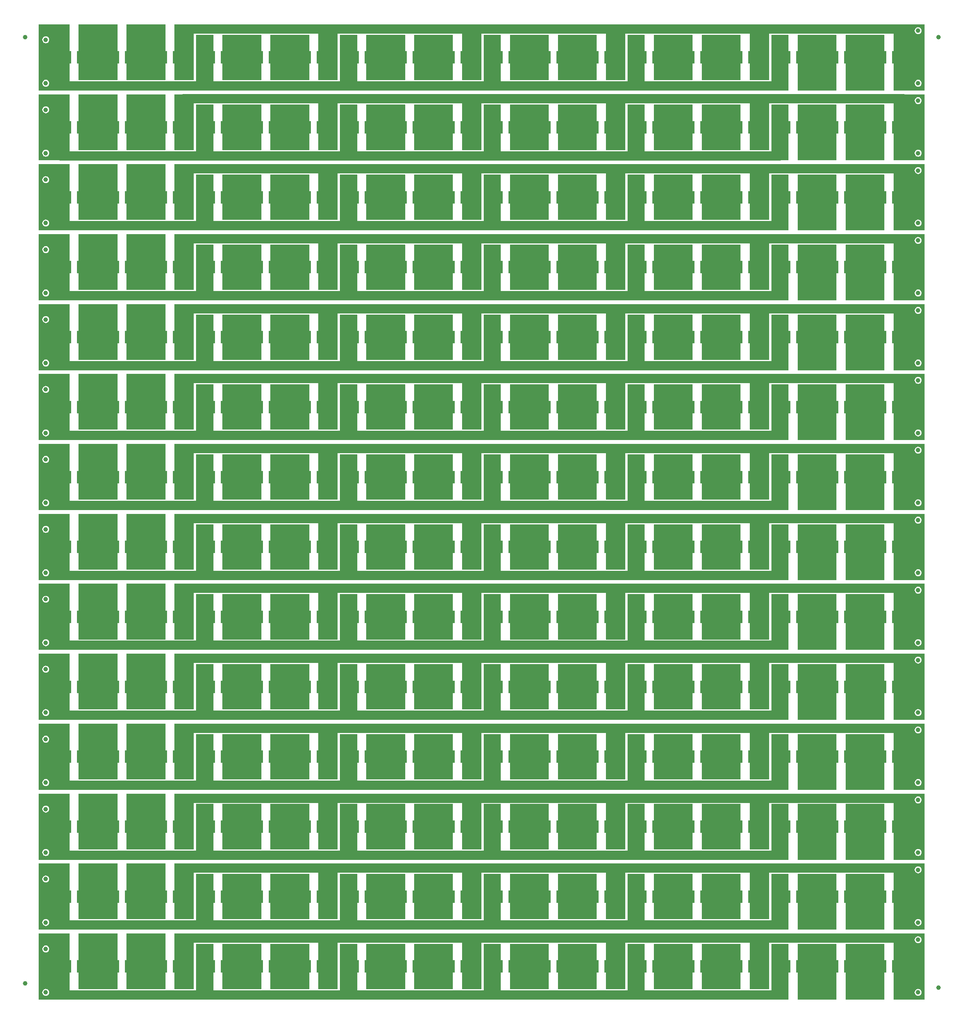
<source format=gbl>
G04 Layer_Physical_Order=2*
G04 Layer_Color=16711680*
%FSLAX44Y44*%
%MOMM*%
G71*
G01*
G75*
%ADD10C,1.0000*%
%ADD23C,2.0000*%
%ADD27C,0.8000*%
%ADD28R,2.0000X2.8000*%
G36*
X1913750Y2275898D02*
X1871500D01*
X1871500Y2397881D01*
X1913750D01*
Y2275898D01*
D02*
G37*
G36*
X1851500D02*
X1766500D01*
X1766500Y2375102D01*
X1851500D01*
Y2275898D01*
D02*
G37*
G36*
X1746500D02*
X1661500D01*
X1661500Y2375102D01*
X1746500D01*
Y2275898D01*
D02*
G37*
G36*
X1598750D02*
X1556500D01*
X1556500Y2397881D01*
X1598750D01*
Y2275898D01*
D02*
G37*
G36*
X1536500D02*
X1451500D01*
X1451500Y2375102D01*
X1536500D01*
Y2275898D01*
D02*
G37*
G36*
X1431500D02*
X1346500D01*
X1346500Y2375102D01*
X1431500D01*
Y2275898D01*
D02*
G37*
G36*
X1283750D02*
X1241500D01*
X1241500Y2397881D01*
X1283750D01*
Y2275898D01*
D02*
G37*
G36*
X1221500D02*
X1136750D01*
X1136750Y2375102D01*
X1221500D01*
Y2275898D01*
D02*
G37*
G36*
X1116750D02*
X1031750D01*
X1031750Y2375102D01*
X1116750D01*
Y2275898D01*
D02*
G37*
G36*
X969000D02*
X926750D01*
X926750Y2397881D01*
X969000D01*
Y2275898D01*
D02*
G37*
G36*
X906750D02*
X821750D01*
X821750Y2375102D01*
X906750D01*
Y2275898D01*
D02*
G37*
G36*
X801750D02*
X716750D01*
X716750Y2375102D01*
X801750D01*
Y2275898D01*
D02*
G37*
G36*
X654000D02*
X611750D01*
X611750Y2397881D01*
X654000D01*
Y2275898D01*
D02*
G37*
G36*
X591750D02*
X506750D01*
X506750Y2397881D01*
X591750D01*
Y2275898D01*
D02*
G37*
G36*
X486750D02*
X401750D01*
X401750Y2397881D01*
X486750D01*
Y2275898D01*
D02*
G37*
G36*
X2253881Y2253119D02*
X2186750D01*
Y2397881D01*
X2253881D01*
Y2253119D01*
D02*
G37*
G36*
X2166250D02*
X2081500D01*
X2081500Y2375102D01*
X2166250D01*
Y2253119D01*
D02*
G37*
G36*
X2061500D02*
X1976500D01*
X1976500Y2375102D01*
X2061500D01*
Y2253119D01*
D02*
G37*
G36*
X1956500D02*
X1918750D01*
X1918750Y2375102D01*
X1956500D01*
Y2253119D01*
D02*
G37*
G36*
X1641500D02*
X1603750D01*
X1603750Y2375102D01*
X1641500D01*
Y2253119D01*
D02*
G37*
G36*
X1326500D02*
X1288750D01*
X1288750Y2375102D01*
X1326500D01*
Y2253119D01*
D02*
G37*
G36*
X1011750D02*
X974000D01*
X974000Y2375102D01*
X1011750D01*
Y2253119D01*
D02*
G37*
G36*
X696750D02*
X659000D01*
X659000Y2375102D01*
X696750D01*
Y2253119D01*
D02*
G37*
G36*
X381750D02*
X314119D01*
Y2397881D01*
X381750D01*
Y2253119D01*
D02*
G37*
G36*
X1913750Y2122899D02*
X1871500D01*
X1871500Y2244881D01*
X1913750D01*
Y2122899D01*
D02*
G37*
G36*
X1851500D02*
X1766500D01*
X1766500Y2222102D01*
X1851500D01*
Y2122899D01*
D02*
G37*
G36*
X1746500D02*
X1661500D01*
X1661500Y2222102D01*
X1746500D01*
Y2122899D01*
D02*
G37*
G36*
X1598750D02*
X1556500D01*
X1556500Y2244881D01*
X1598750D01*
Y2122899D01*
D02*
G37*
G36*
X1536500D02*
X1451500D01*
X1451500Y2222102D01*
X1536500D01*
Y2122899D01*
D02*
G37*
G36*
X1431500D02*
X1346500D01*
X1346500Y2222102D01*
X1431500D01*
Y2122899D01*
D02*
G37*
G36*
X1283750D02*
X1241500D01*
X1241500Y2244881D01*
X1283750D01*
Y2122899D01*
D02*
G37*
G36*
X1221500D02*
X1136750D01*
X1136750Y2222102D01*
X1221500D01*
Y2122899D01*
D02*
G37*
G36*
X1116750D02*
X1031750D01*
X1031750Y2222102D01*
X1116750D01*
Y2122899D01*
D02*
G37*
G36*
X969000D02*
X926750D01*
X926750Y2244881D01*
X969000D01*
Y2122899D01*
D02*
G37*
G36*
X906750D02*
X821750D01*
X821750Y2222102D01*
X906750D01*
Y2122899D01*
D02*
G37*
G36*
X801750D02*
X716750D01*
X716750Y2222102D01*
X801750D01*
Y2122899D01*
D02*
G37*
G36*
X654000D02*
X611750D01*
X611750Y2244881D01*
X654000D01*
Y2122899D01*
D02*
G37*
G36*
X591750D02*
X506750D01*
X506750Y2244881D01*
X591750D01*
Y2122899D01*
D02*
G37*
G36*
X486750D02*
X401750D01*
X401750Y2244881D01*
X486750D01*
Y2122899D01*
D02*
G37*
G36*
X2253881Y2100119D02*
X2186750D01*
Y2244881D01*
X2253881D01*
Y2100119D01*
D02*
G37*
G36*
X2166250D02*
X2081500D01*
X2081500Y2222102D01*
X2166250D01*
Y2100119D01*
D02*
G37*
G36*
X2061500D02*
X1976500D01*
X1976500Y2222102D01*
X2061500D01*
Y2100119D01*
D02*
G37*
G36*
X1956500D02*
X1918750D01*
X1918750Y2222102D01*
X1956500D01*
Y2100119D01*
D02*
G37*
G36*
X1641500D02*
X1603750D01*
X1603750Y2222102D01*
X1641500D01*
Y2100119D01*
D02*
G37*
G36*
X1326500D02*
X1288750D01*
X1288750Y2222102D01*
X1326500D01*
Y2100119D01*
D02*
G37*
G36*
X1011750D02*
X974000D01*
X974000Y2222102D01*
X1011750D01*
Y2100119D01*
D02*
G37*
G36*
X696750D02*
X659000D01*
X659000Y2222102D01*
X696750D01*
Y2100119D01*
D02*
G37*
G36*
X381750D02*
X314119D01*
Y2244881D01*
X381750D01*
Y2100119D01*
D02*
G37*
G36*
X1913750Y1969898D02*
X1871500D01*
X1871500Y2091881D01*
X1913750D01*
Y1969898D01*
D02*
G37*
G36*
X1851500D02*
X1766500D01*
X1766500Y2069102D01*
X1851500D01*
Y1969898D01*
D02*
G37*
G36*
X1746500D02*
X1661500D01*
X1661500Y2069102D01*
X1746500D01*
Y1969898D01*
D02*
G37*
G36*
X1598750D02*
X1556500D01*
X1556500Y2091881D01*
X1598750D01*
Y1969898D01*
D02*
G37*
G36*
X1536500D02*
X1451500D01*
X1451500Y2069102D01*
X1536500D01*
Y1969898D01*
D02*
G37*
G36*
X1431500D02*
X1346500D01*
X1346500Y2069102D01*
X1431500D01*
Y1969898D01*
D02*
G37*
G36*
X1283750D02*
X1241500D01*
X1241500Y2091881D01*
X1283750D01*
Y1969898D01*
D02*
G37*
G36*
X1221500D02*
X1136750D01*
X1136750Y2069102D01*
X1221500D01*
Y1969898D01*
D02*
G37*
G36*
X1116750D02*
X1031750D01*
X1031750Y2069102D01*
X1116750D01*
Y1969898D01*
D02*
G37*
G36*
X969000D02*
X926750D01*
X926750Y2091881D01*
X969000D01*
Y1969898D01*
D02*
G37*
G36*
X906750D02*
X821750D01*
X821750Y2069102D01*
X906750D01*
Y1969898D01*
D02*
G37*
G36*
X801750D02*
X716750D01*
X716750Y2069102D01*
X801750D01*
Y1969898D01*
D02*
G37*
G36*
X654000D02*
X611750D01*
X611750Y2091881D01*
X654000D01*
Y1969898D01*
D02*
G37*
G36*
X591750D02*
X506750D01*
X506750Y2091881D01*
X591750D01*
Y1969898D01*
D02*
G37*
G36*
X486750D02*
X401750D01*
X401750Y2091881D01*
X486750D01*
Y1969898D01*
D02*
G37*
G36*
X2253881Y1947119D02*
X2186750D01*
Y2091881D01*
X2253881D01*
Y1947119D01*
D02*
G37*
G36*
X2166250D02*
X2081500D01*
X2081500Y2069102D01*
X2166250D01*
Y1947119D01*
D02*
G37*
G36*
X2061500D02*
X1976500D01*
X1976500Y2069102D01*
X2061500D01*
Y1947119D01*
D02*
G37*
G36*
X1956500D02*
X1918750D01*
X1918750Y2069102D01*
X1956500D01*
Y1947119D01*
D02*
G37*
G36*
X1641500D02*
X1603750D01*
X1603750Y2069102D01*
X1641500D01*
Y1947119D01*
D02*
G37*
G36*
X1326500D02*
X1288750D01*
X1288750Y2069102D01*
X1326500D01*
Y1947119D01*
D02*
G37*
G36*
X1011750D02*
X974000D01*
X974000Y2069102D01*
X1011750D01*
Y1947119D01*
D02*
G37*
G36*
X696750D02*
X659000D01*
X659000Y2069102D01*
X696750D01*
Y1947119D01*
D02*
G37*
G36*
X381750D02*
X314119D01*
Y2091881D01*
X381750D01*
Y1947119D01*
D02*
G37*
G36*
X1913750Y1816898D02*
X1871500D01*
X1871500Y1938881D01*
X1913750D01*
Y1816898D01*
D02*
G37*
G36*
X1851500D02*
X1766500D01*
X1766500Y1916102D01*
X1851500D01*
Y1816898D01*
D02*
G37*
G36*
X1746500D02*
X1661500D01*
X1661500Y1916102D01*
X1746500D01*
Y1816898D01*
D02*
G37*
G36*
X1598750D02*
X1556500D01*
X1556500Y1938881D01*
X1598750D01*
Y1816898D01*
D02*
G37*
G36*
X1536500D02*
X1451500D01*
X1451500Y1916102D01*
X1536500D01*
Y1816898D01*
D02*
G37*
G36*
X1431500D02*
X1346500D01*
X1346500Y1916102D01*
X1431500D01*
Y1816898D01*
D02*
G37*
G36*
X1283750D02*
X1241500D01*
X1241500Y1938881D01*
X1283750D01*
Y1816898D01*
D02*
G37*
G36*
X1221500D02*
X1136750D01*
X1136750Y1916102D01*
X1221500D01*
Y1816898D01*
D02*
G37*
G36*
X1116750D02*
X1031750D01*
X1031750Y1916102D01*
X1116750D01*
Y1816898D01*
D02*
G37*
G36*
X969000D02*
X926750D01*
X926750Y1938881D01*
X969000D01*
Y1816898D01*
D02*
G37*
G36*
X906750D02*
X821750D01*
X821750Y1916102D01*
X906750D01*
Y1816898D01*
D02*
G37*
G36*
X801750D02*
X716750D01*
X716750Y1916102D01*
X801750D01*
Y1816898D01*
D02*
G37*
G36*
X654000D02*
X611750D01*
X611750Y1938881D01*
X654000D01*
Y1816898D01*
D02*
G37*
G36*
X591750D02*
X506750D01*
X506750Y1938881D01*
X591750D01*
Y1816898D01*
D02*
G37*
G36*
X486750D02*
X401750D01*
X401750Y1938881D01*
X486750D01*
Y1816898D01*
D02*
G37*
G36*
X2253881Y1794119D02*
X2186750D01*
Y1938881D01*
X2253881D01*
Y1794119D01*
D02*
G37*
G36*
X2166250D02*
X2081500D01*
X2081500Y1916102D01*
X2166250D01*
Y1794119D01*
D02*
G37*
G36*
X2061500D02*
X1976500D01*
X1976500Y1916102D01*
X2061500D01*
Y1794119D01*
D02*
G37*
G36*
X1956500D02*
X1918750D01*
X1918750Y1916102D01*
X1956500D01*
Y1794119D01*
D02*
G37*
G36*
X1641500D02*
X1603750D01*
X1603750Y1916102D01*
X1641500D01*
Y1794119D01*
D02*
G37*
G36*
X1326500D02*
X1288750D01*
X1288750Y1916102D01*
X1326500D01*
Y1794119D01*
D02*
G37*
G36*
X1011750D02*
X974000D01*
X974000Y1916102D01*
X1011750D01*
Y1794119D01*
D02*
G37*
G36*
X696750D02*
X659000D01*
X659000Y1916102D01*
X696750D01*
Y1794119D01*
D02*
G37*
G36*
X381750D02*
X314119D01*
Y1938881D01*
X381750D01*
Y1794119D01*
D02*
G37*
G36*
X1913750Y1663898D02*
X1871500D01*
X1871500Y1785881D01*
X1913750D01*
Y1663898D01*
D02*
G37*
G36*
X1851500D02*
X1766500D01*
X1766500Y1763102D01*
X1851500D01*
Y1663898D01*
D02*
G37*
G36*
X1746500D02*
X1661500D01*
X1661500Y1763102D01*
X1746500D01*
Y1663898D01*
D02*
G37*
G36*
X1598750D02*
X1556500D01*
X1556500Y1785881D01*
X1598750D01*
Y1663898D01*
D02*
G37*
G36*
X1536500D02*
X1451500D01*
X1451500Y1763102D01*
X1536500D01*
Y1663898D01*
D02*
G37*
G36*
X1431500D02*
X1346500D01*
X1346500Y1763102D01*
X1431500D01*
Y1663898D01*
D02*
G37*
G36*
X1283750D02*
X1241500D01*
X1241500Y1785881D01*
X1283750D01*
Y1663898D01*
D02*
G37*
G36*
X1221500D02*
X1136750D01*
X1136750Y1763102D01*
X1221500D01*
Y1663898D01*
D02*
G37*
G36*
X1116750D02*
X1031750D01*
X1031750Y1763102D01*
X1116750D01*
Y1663898D01*
D02*
G37*
G36*
X969000D02*
X926750D01*
X926750Y1785881D01*
X969000D01*
Y1663898D01*
D02*
G37*
G36*
X906750D02*
X821750D01*
X821750Y1763102D01*
X906750D01*
Y1663898D01*
D02*
G37*
G36*
X801750D02*
X716750D01*
X716750Y1763102D01*
X801750D01*
Y1663898D01*
D02*
G37*
G36*
X654000D02*
X611750D01*
X611750Y1785881D01*
X654000D01*
Y1663898D01*
D02*
G37*
G36*
X591750D02*
X506750D01*
X506750Y1785881D01*
X591750D01*
Y1663898D01*
D02*
G37*
G36*
X486750D02*
X401750D01*
X401750Y1785881D01*
X486750D01*
Y1663898D01*
D02*
G37*
G36*
X2253881Y1641119D02*
X2186750D01*
Y1785881D01*
X2253881D01*
Y1641119D01*
D02*
G37*
G36*
X2166250D02*
X2081500D01*
X2081500Y1763102D01*
X2166250D01*
Y1641119D01*
D02*
G37*
G36*
X2061500D02*
X1976500D01*
X1976500Y1763102D01*
X2061500D01*
Y1641119D01*
D02*
G37*
G36*
X1956500D02*
X1918750D01*
X1918750Y1763102D01*
X1956500D01*
Y1641119D01*
D02*
G37*
G36*
X1641500D02*
X1603750D01*
X1603750Y1763102D01*
X1641500D01*
Y1641119D01*
D02*
G37*
G36*
X1326500D02*
X1288750D01*
X1288750Y1763102D01*
X1326500D01*
Y1641119D01*
D02*
G37*
G36*
X1011750D02*
X974000D01*
X974000Y1763102D01*
X1011750D01*
Y1641119D01*
D02*
G37*
G36*
X696750D02*
X659000D01*
X659000Y1763102D01*
X696750D01*
Y1641119D01*
D02*
G37*
G36*
X381750D02*
X314119D01*
Y1785881D01*
X381750D01*
Y1641119D01*
D02*
G37*
G36*
X1913750Y1510898D02*
X1871500D01*
X1871500Y1632881D01*
X1913750D01*
Y1510898D01*
D02*
G37*
G36*
X1851500D02*
X1766500D01*
X1766500Y1610102D01*
X1851500D01*
Y1510898D01*
D02*
G37*
G36*
X1746500D02*
X1661500D01*
X1661500Y1610102D01*
X1746500D01*
Y1510898D01*
D02*
G37*
G36*
X1598750D02*
X1556500D01*
X1556500Y1632881D01*
X1598750D01*
Y1510898D01*
D02*
G37*
G36*
X1536500D02*
X1451500D01*
X1451500Y1610102D01*
X1536500D01*
Y1510898D01*
D02*
G37*
G36*
X1431500D02*
X1346500D01*
X1346500Y1610102D01*
X1431500D01*
Y1510898D01*
D02*
G37*
G36*
X1283750D02*
X1241500D01*
X1241500Y1632881D01*
X1283750D01*
Y1510898D01*
D02*
G37*
G36*
X1221500D02*
X1136750D01*
X1136750Y1610102D01*
X1221500D01*
Y1510898D01*
D02*
G37*
G36*
X1116750D02*
X1031750D01*
X1031750Y1610102D01*
X1116750D01*
Y1510898D01*
D02*
G37*
G36*
X969000D02*
X926750D01*
X926750Y1632881D01*
X969000D01*
Y1510898D01*
D02*
G37*
G36*
X906750D02*
X821750D01*
X821750Y1610102D01*
X906750D01*
Y1510898D01*
D02*
G37*
G36*
X801750D02*
X716750D01*
X716750Y1610102D01*
X801750D01*
Y1510898D01*
D02*
G37*
G36*
X654000D02*
X611750D01*
X611750Y1632881D01*
X654000D01*
Y1510898D01*
D02*
G37*
G36*
X591750D02*
X506750D01*
X506750Y1632881D01*
X591750D01*
Y1510898D01*
D02*
G37*
G36*
X486750D02*
X401750D01*
X401750Y1632881D01*
X486750D01*
Y1510898D01*
D02*
G37*
G36*
X2253881Y1488119D02*
X2186750D01*
Y1632881D01*
X2253881D01*
Y1488119D01*
D02*
G37*
G36*
X2166250D02*
X2081500D01*
X2081500Y1610102D01*
X2166250D01*
Y1488119D01*
D02*
G37*
G36*
X2061500D02*
X1976500D01*
X1976500Y1610102D01*
X2061500D01*
Y1488119D01*
D02*
G37*
G36*
X1956500D02*
X1918750D01*
X1918750Y1610102D01*
X1956500D01*
Y1488119D01*
D02*
G37*
G36*
X1641500D02*
X1603750D01*
X1603750Y1610102D01*
X1641500D01*
Y1488119D01*
D02*
G37*
G36*
X1326500D02*
X1288750D01*
X1288750Y1610102D01*
X1326500D01*
Y1488119D01*
D02*
G37*
G36*
X1011750D02*
X974000D01*
X974000Y1610102D01*
X1011750D01*
Y1488119D01*
D02*
G37*
G36*
X696750D02*
X659000D01*
X659000Y1610102D01*
X696750D01*
Y1488119D01*
D02*
G37*
G36*
X381750D02*
X314119D01*
Y1632881D01*
X381750D01*
Y1488119D01*
D02*
G37*
G36*
X1913750Y1357898D02*
X1871500D01*
X1871500Y1479881D01*
X1913750D01*
Y1357898D01*
D02*
G37*
G36*
X1851500D02*
X1766500D01*
X1766500Y1457102D01*
X1851500D01*
Y1357898D01*
D02*
G37*
G36*
X1746500D02*
X1661500D01*
X1661500Y1457102D01*
X1746500D01*
Y1357898D01*
D02*
G37*
G36*
X1598750D02*
X1556500D01*
X1556500Y1479881D01*
X1598750D01*
Y1357898D01*
D02*
G37*
G36*
X1536500D02*
X1451500D01*
X1451500Y1457102D01*
X1536500D01*
Y1357898D01*
D02*
G37*
G36*
X1431500D02*
X1346500D01*
X1346500Y1457102D01*
X1431500D01*
Y1357898D01*
D02*
G37*
G36*
X1283750D02*
X1241500D01*
X1241500Y1479881D01*
X1283750D01*
Y1357898D01*
D02*
G37*
G36*
X1221500D02*
X1136750D01*
X1136750Y1457102D01*
X1221500D01*
Y1357898D01*
D02*
G37*
G36*
X1116750D02*
X1031750D01*
X1031750Y1457102D01*
X1116750D01*
Y1357898D01*
D02*
G37*
G36*
X969000D02*
X926750D01*
X926750Y1479881D01*
X969000D01*
Y1357898D01*
D02*
G37*
G36*
X906750D02*
X821750D01*
X821750Y1457102D01*
X906750D01*
Y1357898D01*
D02*
G37*
G36*
X801750D02*
X716750D01*
X716750Y1457102D01*
X801750D01*
Y1357898D01*
D02*
G37*
G36*
X654000D02*
X611750D01*
X611750Y1479881D01*
X654000D01*
Y1357898D01*
D02*
G37*
G36*
X591750D02*
X506750D01*
X506750Y1479881D01*
X591750D01*
Y1357898D01*
D02*
G37*
G36*
X486750D02*
X401750D01*
X401750Y1479881D01*
X486750D01*
Y1357898D01*
D02*
G37*
G36*
X2253881Y1335119D02*
X2186750D01*
Y1479881D01*
X2253881D01*
Y1335119D01*
D02*
G37*
G36*
X2166250D02*
X2081500D01*
X2081500Y1457102D01*
X2166250D01*
Y1335119D01*
D02*
G37*
G36*
X2061500D02*
X1976500D01*
X1976500Y1457102D01*
X2061500D01*
Y1335119D01*
D02*
G37*
G36*
X1956500D02*
X1918750D01*
X1918750Y1457102D01*
X1956500D01*
Y1335119D01*
D02*
G37*
G36*
X1641500D02*
X1603750D01*
X1603750Y1457102D01*
X1641500D01*
Y1335119D01*
D02*
G37*
G36*
X1326500D02*
X1288750D01*
X1288750Y1457102D01*
X1326500D01*
Y1335119D01*
D02*
G37*
G36*
X1011750D02*
X974000D01*
X974000Y1457102D01*
X1011750D01*
Y1335119D01*
D02*
G37*
G36*
X696750D02*
X659000D01*
X659000Y1457102D01*
X696750D01*
Y1335119D01*
D02*
G37*
G36*
X381750D02*
X314119D01*
Y1479881D01*
X381750D01*
Y1335119D01*
D02*
G37*
G36*
X1913750Y1204898D02*
X1871500D01*
X1871500Y1326881D01*
X1913750D01*
Y1204898D01*
D02*
G37*
G36*
X1851500D02*
X1766500D01*
X1766500Y1304102D01*
X1851500D01*
Y1204898D01*
D02*
G37*
G36*
X1746500D02*
X1661500D01*
X1661500Y1304102D01*
X1746500D01*
Y1204898D01*
D02*
G37*
G36*
X1598750D02*
X1556500D01*
X1556500Y1326881D01*
X1598750D01*
Y1204898D01*
D02*
G37*
G36*
X1536500D02*
X1451500D01*
X1451500Y1304102D01*
X1536500D01*
Y1204898D01*
D02*
G37*
G36*
X1431500D02*
X1346500D01*
X1346500Y1304102D01*
X1431500D01*
Y1204898D01*
D02*
G37*
G36*
X1283750D02*
X1241500D01*
X1241500Y1326881D01*
X1283750D01*
Y1204898D01*
D02*
G37*
G36*
X1221500D02*
X1136750D01*
X1136750Y1304102D01*
X1221500D01*
Y1204898D01*
D02*
G37*
G36*
X1116750D02*
X1031750D01*
X1031750Y1304102D01*
X1116750D01*
Y1204898D01*
D02*
G37*
G36*
X969000D02*
X926750D01*
X926750Y1326881D01*
X969000D01*
Y1204898D01*
D02*
G37*
G36*
X906750D02*
X821750D01*
X821750Y1304102D01*
X906750D01*
Y1204898D01*
D02*
G37*
G36*
X801750D02*
X716750D01*
X716750Y1304102D01*
X801750D01*
Y1204898D01*
D02*
G37*
G36*
X654000D02*
X611750D01*
X611750Y1326881D01*
X654000D01*
Y1204898D01*
D02*
G37*
G36*
X591750D02*
X506750D01*
X506750Y1326881D01*
X591750D01*
Y1204898D01*
D02*
G37*
G36*
X486750D02*
X401750D01*
X401750Y1326881D01*
X486750D01*
Y1204898D01*
D02*
G37*
G36*
X2253881Y1182119D02*
X2186750D01*
Y1326881D01*
X2253881D01*
Y1182119D01*
D02*
G37*
G36*
X2166250D02*
X2081500D01*
X2081500Y1304102D01*
X2166250D01*
Y1182119D01*
D02*
G37*
G36*
X2061500D02*
X1976500D01*
X1976500Y1304102D01*
X2061500D01*
Y1182119D01*
D02*
G37*
G36*
X1956500D02*
X1918750D01*
X1918750Y1304102D01*
X1956500D01*
Y1182119D01*
D02*
G37*
G36*
X1641500D02*
X1603750D01*
X1603750Y1304102D01*
X1641500D01*
Y1182119D01*
D02*
G37*
G36*
X1326500D02*
X1288750D01*
X1288750Y1304102D01*
X1326500D01*
Y1182119D01*
D02*
G37*
G36*
X1011750D02*
X974000D01*
X974000Y1304102D01*
X1011750D01*
Y1182119D01*
D02*
G37*
G36*
X696750D02*
X659000D01*
X659000Y1304102D01*
X696750D01*
Y1182119D01*
D02*
G37*
G36*
X381750D02*
X314119D01*
Y1326881D01*
X381750D01*
Y1182119D01*
D02*
G37*
G36*
X1913750Y1051898D02*
X1871500D01*
X1871500Y1173881D01*
X1913750D01*
Y1051898D01*
D02*
G37*
G36*
X1851500D02*
X1766500D01*
X1766500Y1151102D01*
X1851500D01*
Y1051898D01*
D02*
G37*
G36*
X1746500D02*
X1661500D01*
X1661500Y1151102D01*
X1746500D01*
Y1051898D01*
D02*
G37*
G36*
X1598750D02*
X1556500D01*
X1556500Y1173881D01*
X1598750D01*
Y1051898D01*
D02*
G37*
G36*
X1536500D02*
X1451500D01*
X1451500Y1151102D01*
X1536500D01*
Y1051898D01*
D02*
G37*
G36*
X1431500D02*
X1346500D01*
X1346500Y1151102D01*
X1431500D01*
Y1051898D01*
D02*
G37*
G36*
X1283750D02*
X1241500D01*
X1241500Y1173881D01*
X1283750D01*
Y1051898D01*
D02*
G37*
G36*
X1221500D02*
X1136750D01*
X1136750Y1151102D01*
X1221500D01*
Y1051898D01*
D02*
G37*
G36*
X1116750D02*
X1031750D01*
X1031750Y1151102D01*
X1116750D01*
Y1051898D01*
D02*
G37*
G36*
X969000D02*
X926750D01*
X926750Y1173881D01*
X969000D01*
Y1051898D01*
D02*
G37*
G36*
X906750D02*
X821750D01*
X821750Y1151102D01*
X906750D01*
Y1051898D01*
D02*
G37*
G36*
X801750D02*
X716750D01*
X716750Y1151102D01*
X801750D01*
Y1051898D01*
D02*
G37*
G36*
X654000D02*
X611750D01*
X611750Y1173881D01*
X654000D01*
Y1051898D01*
D02*
G37*
G36*
X591750D02*
X506750D01*
X506750Y1173881D01*
X591750D01*
Y1051898D01*
D02*
G37*
G36*
X486750D02*
X401750D01*
X401750Y1173881D01*
X486750D01*
Y1051898D01*
D02*
G37*
G36*
X2253881Y1029119D02*
X2186750D01*
Y1173881D01*
X2253881D01*
Y1029119D01*
D02*
G37*
G36*
X2166250D02*
X2081500D01*
X2081500Y1151102D01*
X2166250D01*
Y1029119D01*
D02*
G37*
G36*
X2061500D02*
X1976500D01*
X1976500Y1151102D01*
X2061500D01*
Y1029119D01*
D02*
G37*
G36*
X1956500D02*
X1918750D01*
X1918750Y1151102D01*
X1956500D01*
Y1029119D01*
D02*
G37*
G36*
X1641500D02*
X1603750D01*
X1603750Y1151102D01*
X1641500D01*
Y1029119D01*
D02*
G37*
G36*
X1326500D02*
X1288750D01*
X1288750Y1151102D01*
X1326500D01*
Y1029119D01*
D02*
G37*
G36*
X1011750D02*
X974000D01*
X974000Y1151102D01*
X1011750D01*
Y1029119D01*
D02*
G37*
G36*
X696750D02*
X659000D01*
X659000Y1151102D01*
X696750D01*
Y1029119D01*
D02*
G37*
G36*
X381750D02*
X314119D01*
Y1173881D01*
X381750D01*
Y1029119D01*
D02*
G37*
G36*
X1913750Y898898D02*
X1871500D01*
X1871500Y1020881D01*
X1913750D01*
Y898898D01*
D02*
G37*
G36*
X1851500D02*
X1766500D01*
X1766500Y998102D01*
X1851500D01*
Y898898D01*
D02*
G37*
G36*
X1746500D02*
X1661500D01*
X1661500Y998102D01*
X1746500D01*
Y898898D01*
D02*
G37*
G36*
X1598750D02*
X1556500D01*
X1556500Y1020881D01*
X1598750D01*
Y898898D01*
D02*
G37*
G36*
X1536500D02*
X1451500D01*
X1451500Y998102D01*
X1536500D01*
Y898898D01*
D02*
G37*
G36*
X1431500D02*
X1346500D01*
X1346500Y998102D01*
X1431500D01*
Y898898D01*
D02*
G37*
G36*
X1283750D02*
X1241500D01*
X1241500Y1020881D01*
X1283750D01*
Y898898D01*
D02*
G37*
G36*
X1221500D02*
X1136750D01*
X1136750Y998102D01*
X1221500D01*
Y898898D01*
D02*
G37*
G36*
X1116750D02*
X1031750D01*
X1031750Y998102D01*
X1116750D01*
Y898898D01*
D02*
G37*
G36*
X969000D02*
X926750D01*
X926750Y1020881D01*
X969000D01*
Y898898D01*
D02*
G37*
G36*
X906750D02*
X821750D01*
X821750Y998102D01*
X906750D01*
Y898898D01*
D02*
G37*
G36*
X801750D02*
X716750D01*
X716750Y998102D01*
X801750D01*
Y898898D01*
D02*
G37*
G36*
X654000D02*
X611750D01*
X611750Y1020881D01*
X654000D01*
Y898898D01*
D02*
G37*
G36*
X591750D02*
X506750D01*
X506750Y1020881D01*
X591750D01*
Y898898D01*
D02*
G37*
G36*
X486750D02*
X401750D01*
X401750Y1020881D01*
X486750D01*
Y898898D01*
D02*
G37*
G36*
X2253881Y876119D02*
X2186750D01*
Y1020881D01*
X2253881D01*
Y876119D01*
D02*
G37*
G36*
X2166250D02*
X2081500D01*
X2081500Y998102D01*
X2166250D01*
Y876119D01*
D02*
G37*
G36*
X2061500D02*
X1976500D01*
X1976500Y998102D01*
X2061500D01*
Y876119D01*
D02*
G37*
G36*
X1956500D02*
X1918750D01*
X1918750Y998102D01*
X1956500D01*
Y876119D01*
D02*
G37*
G36*
X1641500D02*
X1603750D01*
X1603750Y998102D01*
X1641500D01*
Y876119D01*
D02*
G37*
G36*
X1326500D02*
X1288750D01*
X1288750Y998102D01*
X1326500D01*
Y876119D01*
D02*
G37*
G36*
X1011750D02*
X974000D01*
X974000Y998102D01*
X1011750D01*
Y876119D01*
D02*
G37*
G36*
X696750D02*
X659000D01*
X659000Y998102D01*
X696750D01*
Y876119D01*
D02*
G37*
G36*
X381750D02*
X314119D01*
Y1020881D01*
X381750D01*
Y876119D01*
D02*
G37*
G36*
X1913750Y745898D02*
X1871500D01*
X1871500Y867881D01*
X1913750D01*
Y745898D01*
D02*
G37*
G36*
X1851500D02*
X1766500D01*
X1766500Y845102D01*
X1851500D01*
Y745898D01*
D02*
G37*
G36*
X1746500D02*
X1661500D01*
X1661500Y845102D01*
X1746500D01*
Y745898D01*
D02*
G37*
G36*
X1598750D02*
X1556500D01*
X1556500Y867881D01*
X1598750D01*
Y745898D01*
D02*
G37*
G36*
X1536500D02*
X1451500D01*
X1451500Y845102D01*
X1536500D01*
Y745898D01*
D02*
G37*
G36*
X1431500D02*
X1346500D01*
X1346500Y845102D01*
X1431500D01*
Y745898D01*
D02*
G37*
G36*
X1283750D02*
X1241500D01*
X1241500Y867881D01*
X1283750D01*
Y745898D01*
D02*
G37*
G36*
X1221500D02*
X1136750D01*
X1136750Y845102D01*
X1221500D01*
Y745898D01*
D02*
G37*
G36*
X1116750D02*
X1031750D01*
X1031750Y845102D01*
X1116750D01*
Y745898D01*
D02*
G37*
G36*
X969000D02*
X926750D01*
X926750Y867881D01*
X969000D01*
Y745898D01*
D02*
G37*
G36*
X906750D02*
X821750D01*
X821750Y845102D01*
X906750D01*
Y745898D01*
D02*
G37*
G36*
X801750D02*
X716750D01*
X716750Y845102D01*
X801750D01*
Y745898D01*
D02*
G37*
G36*
X654000D02*
X611750D01*
X611750Y867881D01*
X654000D01*
Y745898D01*
D02*
G37*
G36*
X591750D02*
X506750D01*
X506750Y867881D01*
X591750D01*
Y745898D01*
D02*
G37*
G36*
X486750D02*
X401750D01*
X401750Y867881D01*
X486750D01*
Y745898D01*
D02*
G37*
G36*
X2253881Y723119D02*
X2186750D01*
Y867881D01*
X2253881D01*
Y723119D01*
D02*
G37*
G36*
X2166250D02*
X2081500D01*
X2081500Y845102D01*
X2166250D01*
Y723119D01*
D02*
G37*
G36*
X2061500D02*
X1976500D01*
X1976500Y845102D01*
X2061500D01*
Y723119D01*
D02*
G37*
G36*
X1956500D02*
X1918750D01*
X1918750Y845102D01*
X1956500D01*
Y723119D01*
D02*
G37*
G36*
X1641500D02*
X1603750D01*
X1603750Y845102D01*
X1641500D01*
Y723119D01*
D02*
G37*
G36*
X1326500D02*
X1288750D01*
X1288750Y845102D01*
X1326500D01*
Y723119D01*
D02*
G37*
G36*
X1011750D02*
X974000D01*
X974000Y845102D01*
X1011750D01*
Y723119D01*
D02*
G37*
G36*
X696750D02*
X659000D01*
X659000Y845102D01*
X696750D01*
Y723119D01*
D02*
G37*
G36*
X381750D02*
X314119D01*
Y867881D01*
X381750D01*
Y723119D01*
D02*
G37*
G36*
X1913750Y592898D02*
X1871500D01*
X1871500Y714881D01*
X1913750D01*
Y592898D01*
D02*
G37*
G36*
X1851500D02*
X1766500D01*
X1766500Y692102D01*
X1851500D01*
Y592898D01*
D02*
G37*
G36*
X1746500D02*
X1661500D01*
X1661500Y692102D01*
X1746500D01*
Y592898D01*
D02*
G37*
G36*
X1598750D02*
X1556500D01*
X1556500Y714881D01*
X1598750D01*
Y592898D01*
D02*
G37*
G36*
X1536500D02*
X1451500D01*
X1451500Y692102D01*
X1536500D01*
Y592898D01*
D02*
G37*
G36*
X1431500D02*
X1346500D01*
X1346500Y692102D01*
X1431500D01*
Y592898D01*
D02*
G37*
G36*
X1283750D02*
X1241500D01*
X1241500Y714881D01*
X1283750D01*
Y592898D01*
D02*
G37*
G36*
X1221500D02*
X1136750D01*
X1136750Y692102D01*
X1221500D01*
Y592898D01*
D02*
G37*
G36*
X1116750D02*
X1031750D01*
X1031750Y692102D01*
X1116750D01*
Y592898D01*
D02*
G37*
G36*
X969000D02*
X926750D01*
X926750Y714881D01*
X969000D01*
Y592898D01*
D02*
G37*
G36*
X906750D02*
X821750D01*
X821750Y692102D01*
X906750D01*
Y592898D01*
D02*
G37*
G36*
X801750D02*
X716750D01*
X716750Y692102D01*
X801750D01*
Y592898D01*
D02*
G37*
G36*
X654000D02*
X611750D01*
X611750Y714881D01*
X654000D01*
Y592898D01*
D02*
G37*
G36*
X591750D02*
X506750D01*
X506750Y714881D01*
X591750D01*
Y592898D01*
D02*
G37*
G36*
X486750D02*
X401750D01*
X401750Y714881D01*
X486750D01*
Y592898D01*
D02*
G37*
G36*
X2253881Y570119D02*
X2186750D01*
Y714881D01*
X2253881D01*
Y570119D01*
D02*
G37*
G36*
X2166250D02*
X2081500D01*
X2081500Y692102D01*
X2166250D01*
Y570119D01*
D02*
G37*
G36*
X2061500D02*
X1976500D01*
X1976500Y692102D01*
X2061500D01*
Y570119D01*
D02*
G37*
G36*
X1956500D02*
X1918750D01*
X1918750Y692102D01*
X1956500D01*
Y570119D01*
D02*
G37*
G36*
X1641500D02*
X1603750D01*
X1603750Y692102D01*
X1641500D01*
Y570119D01*
D02*
G37*
G36*
X1326500D02*
X1288750D01*
X1288750Y692102D01*
X1326500D01*
Y570119D01*
D02*
G37*
G36*
X1011750D02*
X974000D01*
X974000Y692102D01*
X1011750D01*
Y570119D01*
D02*
G37*
G36*
X696750D02*
X659000D01*
X659000Y692102D01*
X696750D01*
Y570119D01*
D02*
G37*
G36*
X381750D02*
X314119D01*
Y714881D01*
X381750D01*
Y570119D01*
D02*
G37*
G36*
X1913750Y439898D02*
X1871500D01*
X1871500Y561881D01*
X1913750D01*
Y439898D01*
D02*
G37*
G36*
X1851500D02*
X1766500D01*
X1766500Y539102D01*
X1851500D01*
Y439898D01*
D02*
G37*
G36*
X1746500D02*
X1661500D01*
X1661500Y539102D01*
X1746500D01*
Y439898D01*
D02*
G37*
G36*
X1598750D02*
X1556500D01*
X1556500Y561881D01*
X1598750D01*
Y439898D01*
D02*
G37*
G36*
X1536500D02*
X1451500D01*
X1451500Y539102D01*
X1536500D01*
Y439898D01*
D02*
G37*
G36*
X1431500D02*
X1346500D01*
X1346500Y539102D01*
X1431500D01*
Y439898D01*
D02*
G37*
G36*
X1283750D02*
X1241500D01*
X1241500Y561881D01*
X1283750D01*
Y439898D01*
D02*
G37*
G36*
X1221500D02*
X1136750D01*
X1136750Y539102D01*
X1221500D01*
Y439898D01*
D02*
G37*
G36*
X1116750D02*
X1031750D01*
X1031750Y539102D01*
X1116750D01*
Y439898D01*
D02*
G37*
G36*
X969000D02*
X926750D01*
X926750Y561881D01*
X969000D01*
Y439898D01*
D02*
G37*
G36*
X906750D02*
X821750D01*
X821750Y539102D01*
X906750D01*
Y439898D01*
D02*
G37*
G36*
X801750D02*
X716750D01*
X716750Y539102D01*
X801750D01*
Y439898D01*
D02*
G37*
G36*
X654000D02*
X611750D01*
X611750Y561881D01*
X654000D01*
Y439898D01*
D02*
G37*
G36*
X591750D02*
X506750D01*
X506750Y561881D01*
X591750D01*
Y439898D01*
D02*
G37*
G36*
X486750D02*
X401750D01*
X401750Y561881D01*
X486750D01*
Y439898D01*
D02*
G37*
G36*
X2253881Y417119D02*
X2186750D01*
Y561881D01*
X2253881D01*
Y417119D01*
D02*
G37*
G36*
X2166250D02*
X2081500D01*
X2081500Y539102D01*
X2166250D01*
Y417119D01*
D02*
G37*
G36*
X2061500D02*
X1976500D01*
X1976500Y539102D01*
X2061500D01*
Y417119D01*
D02*
G37*
G36*
X1956500D02*
X1918750D01*
X1918750Y539102D01*
X1956500D01*
Y417119D01*
D02*
G37*
G36*
X1641500D02*
X1603750D01*
X1603750Y539102D01*
X1641500D01*
Y417119D01*
D02*
G37*
G36*
X1326500D02*
X1288750D01*
X1288750Y539102D01*
X1326500D01*
Y417119D01*
D02*
G37*
G36*
X1011750D02*
X974000D01*
X974000Y539102D01*
X1011750D01*
Y417119D01*
D02*
G37*
G36*
X696750D02*
X659000D01*
X659000Y539102D01*
X696750D01*
Y417119D01*
D02*
G37*
G36*
X381750D02*
X314119D01*
Y561881D01*
X381750D01*
Y417119D01*
D02*
G37*
G36*
X1913750Y286898D02*
X1871500D01*
X1871500Y408881D01*
X1913750D01*
Y286898D01*
D02*
G37*
G36*
X1851500D02*
X1766500D01*
X1766500Y386102D01*
X1851500D01*
Y286898D01*
D02*
G37*
G36*
X1746500D02*
X1661500D01*
X1661500Y386102D01*
X1746500D01*
Y286898D01*
D02*
G37*
G36*
X1598750D02*
X1556500D01*
X1556500Y408881D01*
X1598750D01*
Y286898D01*
D02*
G37*
G36*
X1536500D02*
X1451500D01*
X1451500Y386102D01*
X1536500D01*
Y286898D01*
D02*
G37*
G36*
X1431500D02*
X1346500D01*
X1346500Y386102D01*
X1431500D01*
Y286898D01*
D02*
G37*
G36*
X1283750D02*
X1241500D01*
X1241500Y408881D01*
X1283750D01*
Y286898D01*
D02*
G37*
G36*
X1221500D02*
X1136750D01*
X1136750Y386102D01*
X1221500D01*
Y286898D01*
D02*
G37*
G36*
X1116750D02*
X1031750D01*
X1031750Y386102D01*
X1116750D01*
Y286898D01*
D02*
G37*
G36*
X969000D02*
X926750D01*
X926750Y408881D01*
X969000D01*
Y286898D01*
D02*
G37*
G36*
X906750D02*
X821750D01*
X821750Y386102D01*
X906750D01*
Y286898D01*
D02*
G37*
G36*
X801750D02*
X716750D01*
X716750Y386102D01*
X801750D01*
Y286898D01*
D02*
G37*
G36*
X654000D02*
X611750D01*
X611750Y408881D01*
X654000D01*
Y286898D01*
D02*
G37*
G36*
X591750D02*
X506750D01*
X506750Y408881D01*
X591750D01*
Y286898D01*
D02*
G37*
G36*
X486750D02*
X401750D01*
X401750Y408881D01*
X486750D01*
Y286898D01*
D02*
G37*
G36*
X2253881Y264119D02*
X2186750D01*
Y408881D01*
X2253881D01*
Y264119D01*
D02*
G37*
G36*
X2166250D02*
X2081500D01*
X2081500Y386102D01*
X2166250D01*
Y264119D01*
D02*
G37*
G36*
X2061500D02*
X1976500D01*
X1976500Y386102D01*
X2061500D01*
Y264119D01*
D02*
G37*
G36*
X1956500D02*
X1918750D01*
X1918750Y386102D01*
X1956500D01*
Y264119D01*
D02*
G37*
G36*
X1641500D02*
X1603750D01*
X1603750Y386102D01*
X1641500D01*
Y264119D01*
D02*
G37*
G36*
X1326500D02*
X1288750D01*
X1288750Y386102D01*
X1326500D01*
Y264119D01*
D02*
G37*
G36*
X1011750D02*
X974000D01*
X974000Y386102D01*
X1011750D01*
Y264119D01*
D02*
G37*
G36*
X696750D02*
X659000D01*
X659000Y386102D01*
X696750D01*
Y264119D01*
D02*
G37*
G36*
X381750D02*
X314119D01*
Y408881D01*
X381750D01*
Y264119D01*
D02*
G37*
%LPC*%
G36*
X2240000Y2391605D02*
X2238032Y2391346D01*
X2236198Y2390587D01*
X2234622Y2389378D01*
X2233414Y2387803D01*
X2232654Y2385969D01*
X2232395Y2384000D01*
X2232654Y2382032D01*
X2233414Y2380198D01*
X2234622Y2378623D01*
X2236198Y2377414D01*
X2238032Y2376654D01*
X2240000Y2376395D01*
X2241968Y2376654D01*
X2243802Y2377414D01*
X2245378Y2378623D01*
X2246586Y2380198D01*
X2247346Y2382032D01*
X2247605Y2384000D01*
X2247346Y2385969D01*
X2246586Y2387803D01*
X2245378Y2389378D01*
X2243802Y2390587D01*
X2241968Y2391346D01*
X2240000Y2391605D01*
D02*
G37*
G36*
Y2276605D02*
X2238032Y2276346D01*
X2236198Y2275587D01*
X2234622Y2274378D01*
X2233414Y2272803D01*
X2232654Y2270969D01*
X2232395Y2269000D01*
X2232654Y2267032D01*
X2233414Y2265198D01*
X2234622Y2263623D01*
X2236198Y2262414D01*
X2238032Y2261654D01*
X2240000Y2261395D01*
X2241968Y2261654D01*
X2243802Y2262414D01*
X2245378Y2263623D01*
X2246586Y2265198D01*
X2247346Y2267032D01*
X2247605Y2269000D01*
X2247346Y2270969D01*
X2246586Y2272803D01*
X2245378Y2274378D01*
X2243802Y2275587D01*
X2241968Y2276346D01*
X2240000Y2276605D01*
D02*
G37*
G36*
X330000Y2371605D02*
X328032Y2371346D01*
X326198Y2370587D01*
X324622Y2369378D01*
X323414Y2367803D01*
X322654Y2365969D01*
X322395Y2364000D01*
X322654Y2362032D01*
X323414Y2360198D01*
X324622Y2358623D01*
X326198Y2357414D01*
X328032Y2356654D01*
X330000Y2356395D01*
X331968Y2356654D01*
X333803Y2357414D01*
X335378Y2358623D01*
X336586Y2360198D01*
X337346Y2362032D01*
X337605Y2364000D01*
X337346Y2365969D01*
X336586Y2367803D01*
X335378Y2369378D01*
X333803Y2370587D01*
X331968Y2371346D01*
X330000Y2371605D01*
D02*
G37*
G36*
Y2276605D02*
X328032Y2276346D01*
X326198Y2275587D01*
X324622Y2274378D01*
X323414Y2272803D01*
X322654Y2270969D01*
X322395Y2269000D01*
X322654Y2267032D01*
X323414Y2265198D01*
X324622Y2263623D01*
X326198Y2262414D01*
X328032Y2261654D01*
X330000Y2261395D01*
X331968Y2261654D01*
X333803Y2262414D01*
X335378Y2263623D01*
X336586Y2265198D01*
X337346Y2267032D01*
X337605Y2269000D01*
X337346Y2270969D01*
X336586Y2272803D01*
X335378Y2274378D01*
X333803Y2275587D01*
X331968Y2276346D01*
X330000Y2276605D01*
D02*
G37*
G36*
X2240000Y2238605D02*
X2238032Y2238346D01*
X2236198Y2237587D01*
X2234622Y2236378D01*
X2233414Y2234803D01*
X2232654Y2232969D01*
X2232395Y2231000D01*
X2232654Y2229032D01*
X2233414Y2227198D01*
X2234622Y2225623D01*
X2236198Y2224414D01*
X2238032Y2223654D01*
X2240000Y2223395D01*
X2241968Y2223654D01*
X2243802Y2224414D01*
X2245378Y2225623D01*
X2246586Y2227198D01*
X2247346Y2229032D01*
X2247605Y2231000D01*
X2247346Y2232969D01*
X2246586Y2234803D01*
X2245378Y2236378D01*
X2243802Y2237587D01*
X2241968Y2238346D01*
X2240000Y2238605D01*
D02*
G37*
G36*
Y2123605D02*
X2238032Y2123346D01*
X2236198Y2122587D01*
X2234622Y2121378D01*
X2233414Y2119803D01*
X2232654Y2117969D01*
X2232395Y2116000D01*
X2232654Y2114032D01*
X2233414Y2112198D01*
X2234622Y2110623D01*
X2236198Y2109414D01*
X2238032Y2108654D01*
X2240000Y2108395D01*
X2241968Y2108654D01*
X2243802Y2109414D01*
X2245378Y2110623D01*
X2246586Y2112198D01*
X2247346Y2114032D01*
X2247605Y2116000D01*
X2247346Y2117969D01*
X2246586Y2119803D01*
X2245378Y2121378D01*
X2243802Y2122587D01*
X2241968Y2123346D01*
X2240000Y2123605D01*
D02*
G37*
G36*
X330000Y2218605D02*
X328032Y2218346D01*
X326198Y2217587D01*
X324622Y2216378D01*
X323414Y2214803D01*
X322654Y2212969D01*
X322395Y2211000D01*
X322654Y2209032D01*
X323414Y2207198D01*
X324622Y2205623D01*
X326198Y2204414D01*
X328032Y2203654D01*
X330000Y2203395D01*
X331968Y2203654D01*
X333803Y2204414D01*
X335378Y2205623D01*
X336586Y2207198D01*
X337346Y2209032D01*
X337605Y2211000D01*
X337346Y2212969D01*
X336586Y2214803D01*
X335378Y2216378D01*
X333803Y2217587D01*
X331968Y2218346D01*
X330000Y2218605D01*
D02*
G37*
G36*
Y2123605D02*
X328032Y2123346D01*
X326198Y2122587D01*
X324622Y2121378D01*
X323414Y2119803D01*
X322654Y2117969D01*
X322395Y2116000D01*
X322654Y2114032D01*
X323414Y2112198D01*
X324622Y2110623D01*
X326198Y2109414D01*
X328032Y2108654D01*
X330000Y2108395D01*
X331968Y2108654D01*
X333803Y2109414D01*
X335378Y2110623D01*
X336586Y2112198D01*
X337346Y2114032D01*
X337605Y2116000D01*
X337346Y2117969D01*
X336586Y2119803D01*
X335378Y2121378D01*
X333803Y2122587D01*
X331968Y2123346D01*
X330000Y2123605D01*
D02*
G37*
G36*
X2240000Y2085605D02*
X2238032Y2085346D01*
X2236198Y2084586D01*
X2234622Y2083378D01*
X2233414Y2081803D01*
X2232654Y2079969D01*
X2232395Y2078000D01*
X2232654Y2076032D01*
X2233414Y2074198D01*
X2234622Y2072623D01*
X2236198Y2071414D01*
X2238032Y2070654D01*
X2240000Y2070395D01*
X2241968Y2070654D01*
X2243802Y2071414D01*
X2245378Y2072623D01*
X2246586Y2074198D01*
X2247346Y2076032D01*
X2247605Y2078000D01*
X2247346Y2079969D01*
X2246586Y2081803D01*
X2245378Y2083378D01*
X2243802Y2084586D01*
X2241968Y2085346D01*
X2240000Y2085605D01*
D02*
G37*
G36*
Y1970605D02*
X2238032Y1970346D01*
X2236198Y1969586D01*
X2234622Y1968378D01*
X2233414Y1966803D01*
X2232654Y1964969D01*
X2232395Y1963000D01*
X2232654Y1961032D01*
X2233414Y1959198D01*
X2234622Y1957623D01*
X2236198Y1956414D01*
X2238032Y1955654D01*
X2240000Y1955395D01*
X2241968Y1955654D01*
X2243802Y1956414D01*
X2245378Y1957623D01*
X2246586Y1959198D01*
X2247346Y1961032D01*
X2247605Y1963000D01*
X2247346Y1964969D01*
X2246586Y1966803D01*
X2245378Y1968378D01*
X2243802Y1969586D01*
X2241968Y1970346D01*
X2240000Y1970605D01*
D02*
G37*
G36*
X330000Y2065605D02*
X328032Y2065346D01*
X326198Y2064586D01*
X324622Y2063378D01*
X323414Y2061803D01*
X322654Y2059969D01*
X322395Y2058000D01*
X322654Y2056032D01*
X323414Y2054198D01*
X324622Y2052623D01*
X326198Y2051414D01*
X328032Y2050654D01*
X330000Y2050395D01*
X331968Y2050654D01*
X333803Y2051414D01*
X335378Y2052623D01*
X336586Y2054198D01*
X337346Y2056032D01*
X337605Y2058000D01*
X337346Y2059969D01*
X336586Y2061803D01*
X335378Y2063378D01*
X333803Y2064586D01*
X331968Y2065346D01*
X330000Y2065605D01*
D02*
G37*
G36*
Y1970605D02*
X328032Y1970346D01*
X326198Y1969586D01*
X324622Y1968378D01*
X323414Y1966803D01*
X322654Y1964969D01*
X322395Y1963000D01*
X322654Y1961032D01*
X323414Y1959198D01*
X324622Y1957623D01*
X326198Y1956414D01*
X328032Y1955654D01*
X330000Y1955395D01*
X331968Y1955654D01*
X333803Y1956414D01*
X335378Y1957623D01*
X336586Y1959198D01*
X337346Y1961032D01*
X337605Y1963000D01*
X337346Y1964969D01*
X336586Y1966803D01*
X335378Y1968378D01*
X333803Y1969586D01*
X331968Y1970346D01*
X330000Y1970605D01*
D02*
G37*
G36*
X2240000Y1932605D02*
X2238032Y1932346D01*
X2236198Y1931586D01*
X2234622Y1930378D01*
X2233414Y1928803D01*
X2232654Y1926969D01*
X2232395Y1925000D01*
X2232654Y1923032D01*
X2233414Y1921198D01*
X2234622Y1919623D01*
X2236198Y1918414D01*
X2238032Y1917654D01*
X2240000Y1917395D01*
X2241968Y1917654D01*
X2243802Y1918414D01*
X2245378Y1919623D01*
X2246586Y1921198D01*
X2247346Y1923032D01*
X2247605Y1925000D01*
X2247346Y1926969D01*
X2246586Y1928803D01*
X2245378Y1930378D01*
X2243802Y1931586D01*
X2241968Y1932346D01*
X2240000Y1932605D01*
D02*
G37*
G36*
Y1817605D02*
X2238032Y1817346D01*
X2236198Y1816586D01*
X2234622Y1815378D01*
X2233414Y1813803D01*
X2232654Y1811969D01*
X2232395Y1810000D01*
X2232654Y1808032D01*
X2233414Y1806198D01*
X2234622Y1804623D01*
X2236198Y1803414D01*
X2238032Y1802654D01*
X2240000Y1802395D01*
X2241968Y1802654D01*
X2243802Y1803414D01*
X2245378Y1804623D01*
X2246586Y1806198D01*
X2247346Y1808032D01*
X2247605Y1810000D01*
X2247346Y1811969D01*
X2246586Y1813803D01*
X2245378Y1815378D01*
X2243802Y1816586D01*
X2241968Y1817346D01*
X2240000Y1817605D01*
D02*
G37*
G36*
X330000Y1912605D02*
X328032Y1912346D01*
X326198Y1911586D01*
X324622Y1910378D01*
X323414Y1908803D01*
X322654Y1906969D01*
X322395Y1905000D01*
X322654Y1903032D01*
X323414Y1901198D01*
X324622Y1899623D01*
X326198Y1898414D01*
X328032Y1897654D01*
X330000Y1897395D01*
X331968Y1897654D01*
X333803Y1898414D01*
X335378Y1899623D01*
X336586Y1901198D01*
X337346Y1903032D01*
X337605Y1905000D01*
X337346Y1906969D01*
X336586Y1908803D01*
X335378Y1910378D01*
X333803Y1911586D01*
X331968Y1912346D01*
X330000Y1912605D01*
D02*
G37*
G36*
Y1817605D02*
X328032Y1817346D01*
X326198Y1816586D01*
X324622Y1815378D01*
X323414Y1813803D01*
X322654Y1811969D01*
X322395Y1810000D01*
X322654Y1808032D01*
X323414Y1806198D01*
X324622Y1804623D01*
X326198Y1803414D01*
X328032Y1802654D01*
X330000Y1802395D01*
X331968Y1802654D01*
X333803Y1803414D01*
X335378Y1804623D01*
X336586Y1806198D01*
X337346Y1808032D01*
X337605Y1810000D01*
X337346Y1811969D01*
X336586Y1813803D01*
X335378Y1815378D01*
X333803Y1816586D01*
X331968Y1817346D01*
X330000Y1817605D01*
D02*
G37*
G36*
X2240000Y1779605D02*
X2238032Y1779346D01*
X2236198Y1778586D01*
X2234622Y1777378D01*
X2233414Y1775803D01*
X2232654Y1773969D01*
X2232395Y1772000D01*
X2232654Y1770032D01*
X2233414Y1768198D01*
X2234622Y1766623D01*
X2236198Y1765414D01*
X2238032Y1764654D01*
X2240000Y1764395D01*
X2241968Y1764654D01*
X2243802Y1765414D01*
X2245378Y1766623D01*
X2246586Y1768198D01*
X2247346Y1770032D01*
X2247605Y1772000D01*
X2247346Y1773969D01*
X2246586Y1775803D01*
X2245378Y1777378D01*
X2243802Y1778586D01*
X2241968Y1779346D01*
X2240000Y1779605D01*
D02*
G37*
G36*
Y1664605D02*
X2238032Y1664346D01*
X2236198Y1663586D01*
X2234622Y1662378D01*
X2233414Y1660803D01*
X2232654Y1658969D01*
X2232395Y1657000D01*
X2232654Y1655032D01*
X2233414Y1653198D01*
X2234622Y1651623D01*
X2236198Y1650414D01*
X2238032Y1649654D01*
X2240000Y1649395D01*
X2241968Y1649654D01*
X2243802Y1650414D01*
X2245378Y1651623D01*
X2246586Y1653198D01*
X2247346Y1655032D01*
X2247605Y1657000D01*
X2247346Y1658969D01*
X2246586Y1660803D01*
X2245378Y1662378D01*
X2243802Y1663586D01*
X2241968Y1664346D01*
X2240000Y1664605D01*
D02*
G37*
G36*
X330000Y1759605D02*
X328032Y1759346D01*
X326198Y1758586D01*
X324622Y1757378D01*
X323414Y1755803D01*
X322654Y1753969D01*
X322395Y1752000D01*
X322654Y1750032D01*
X323414Y1748198D01*
X324622Y1746623D01*
X326198Y1745414D01*
X328032Y1744654D01*
X330000Y1744395D01*
X331968Y1744654D01*
X333803Y1745414D01*
X335378Y1746623D01*
X336586Y1748198D01*
X337346Y1750032D01*
X337605Y1752000D01*
X337346Y1753969D01*
X336586Y1755803D01*
X335378Y1757378D01*
X333803Y1758586D01*
X331968Y1759346D01*
X330000Y1759605D01*
D02*
G37*
G36*
Y1664605D02*
X328032Y1664346D01*
X326198Y1663586D01*
X324622Y1662378D01*
X323414Y1660803D01*
X322654Y1658969D01*
X322395Y1657000D01*
X322654Y1655032D01*
X323414Y1653198D01*
X324622Y1651623D01*
X326198Y1650414D01*
X328032Y1649654D01*
X330000Y1649395D01*
X331968Y1649654D01*
X333803Y1650414D01*
X335378Y1651623D01*
X336586Y1653198D01*
X337346Y1655032D01*
X337605Y1657000D01*
X337346Y1658969D01*
X336586Y1660803D01*
X335378Y1662378D01*
X333803Y1663586D01*
X331968Y1664346D01*
X330000Y1664605D01*
D02*
G37*
G36*
X2240000Y1626605D02*
X2238032Y1626346D01*
X2236198Y1625586D01*
X2234622Y1624378D01*
X2233414Y1622803D01*
X2232654Y1620968D01*
X2232395Y1619000D01*
X2232654Y1617032D01*
X2233414Y1615198D01*
X2234622Y1613623D01*
X2236198Y1612414D01*
X2238032Y1611654D01*
X2240000Y1611395D01*
X2241968Y1611654D01*
X2243802Y1612414D01*
X2245378Y1613623D01*
X2246586Y1615198D01*
X2247346Y1617032D01*
X2247605Y1619000D01*
X2247346Y1620968D01*
X2246586Y1622803D01*
X2245378Y1624378D01*
X2243802Y1625586D01*
X2241968Y1626346D01*
X2240000Y1626605D01*
D02*
G37*
G36*
Y1511605D02*
X2238032Y1511346D01*
X2236198Y1510586D01*
X2234622Y1509378D01*
X2233414Y1507803D01*
X2232654Y1505968D01*
X2232395Y1504000D01*
X2232654Y1502032D01*
X2233414Y1500198D01*
X2234622Y1498623D01*
X2236198Y1497414D01*
X2238032Y1496654D01*
X2240000Y1496395D01*
X2241968Y1496654D01*
X2243802Y1497414D01*
X2245378Y1498623D01*
X2246586Y1500198D01*
X2247346Y1502032D01*
X2247605Y1504000D01*
X2247346Y1505968D01*
X2246586Y1507803D01*
X2245378Y1509378D01*
X2243802Y1510586D01*
X2241968Y1511346D01*
X2240000Y1511605D01*
D02*
G37*
G36*
X330000Y1606605D02*
X328032Y1606346D01*
X326198Y1605586D01*
X324622Y1604378D01*
X323414Y1602803D01*
X322654Y1600969D01*
X322395Y1599000D01*
X322654Y1597032D01*
X323414Y1595198D01*
X324622Y1593623D01*
X326198Y1592414D01*
X328032Y1591654D01*
X330000Y1591395D01*
X331968Y1591654D01*
X333803Y1592414D01*
X335378Y1593623D01*
X336586Y1595198D01*
X337346Y1597032D01*
X337605Y1599000D01*
X337346Y1600969D01*
X336586Y1602803D01*
X335378Y1604378D01*
X333803Y1605586D01*
X331968Y1606346D01*
X330000Y1606605D01*
D02*
G37*
G36*
Y1511605D02*
X328032Y1511346D01*
X326198Y1510586D01*
X324622Y1509378D01*
X323414Y1507803D01*
X322654Y1505968D01*
X322395Y1504000D01*
X322654Y1502032D01*
X323414Y1500198D01*
X324622Y1498623D01*
X326198Y1497414D01*
X328032Y1496654D01*
X330000Y1496395D01*
X331968Y1496654D01*
X333803Y1497414D01*
X335378Y1498623D01*
X336586Y1500198D01*
X337346Y1502032D01*
X337605Y1504000D01*
X337346Y1505968D01*
X336586Y1507803D01*
X335378Y1509378D01*
X333803Y1510586D01*
X331968Y1511346D01*
X330000Y1511605D01*
D02*
G37*
G36*
X2240000Y1473605D02*
X2238032Y1473346D01*
X2236198Y1472586D01*
X2234622Y1471378D01*
X2233414Y1469803D01*
X2232654Y1467968D01*
X2232395Y1466000D01*
X2232654Y1464032D01*
X2233414Y1462198D01*
X2234622Y1460623D01*
X2236198Y1459414D01*
X2238032Y1458654D01*
X2240000Y1458395D01*
X2241968Y1458654D01*
X2243802Y1459414D01*
X2245378Y1460623D01*
X2246586Y1462198D01*
X2247346Y1464032D01*
X2247605Y1466000D01*
X2247346Y1467968D01*
X2246586Y1469803D01*
X2245378Y1471378D01*
X2243802Y1472586D01*
X2241968Y1473346D01*
X2240000Y1473605D01*
D02*
G37*
G36*
Y1358605D02*
X2238032Y1358346D01*
X2236198Y1357586D01*
X2234622Y1356378D01*
X2233414Y1354803D01*
X2232654Y1352968D01*
X2232395Y1351000D01*
X2232654Y1349032D01*
X2233414Y1347198D01*
X2234622Y1345623D01*
X2236198Y1344414D01*
X2238032Y1343654D01*
X2240000Y1343395D01*
X2241968Y1343654D01*
X2243802Y1344414D01*
X2245378Y1345623D01*
X2246586Y1347198D01*
X2247346Y1349032D01*
X2247605Y1351000D01*
X2247346Y1352968D01*
X2246586Y1354803D01*
X2245378Y1356378D01*
X2243802Y1357586D01*
X2241968Y1358346D01*
X2240000Y1358605D01*
D02*
G37*
G36*
X330000Y1453605D02*
X328032Y1453346D01*
X326198Y1452586D01*
X324622Y1451378D01*
X323414Y1449803D01*
X322654Y1447968D01*
X322395Y1446000D01*
X322654Y1444032D01*
X323414Y1442198D01*
X324622Y1440623D01*
X326198Y1439414D01*
X328032Y1438654D01*
X330000Y1438395D01*
X331968Y1438654D01*
X333803Y1439414D01*
X335378Y1440623D01*
X336586Y1442198D01*
X337346Y1444032D01*
X337605Y1446000D01*
X337346Y1447968D01*
X336586Y1449803D01*
X335378Y1451378D01*
X333803Y1452586D01*
X331968Y1453346D01*
X330000Y1453605D01*
D02*
G37*
G36*
Y1358605D02*
X328032Y1358346D01*
X326198Y1357586D01*
X324622Y1356378D01*
X323414Y1354803D01*
X322654Y1352968D01*
X322395Y1351000D01*
X322654Y1349032D01*
X323414Y1347198D01*
X324622Y1345623D01*
X326198Y1344414D01*
X328032Y1343654D01*
X330000Y1343395D01*
X331968Y1343654D01*
X333803Y1344414D01*
X335378Y1345623D01*
X336586Y1347198D01*
X337346Y1349032D01*
X337605Y1351000D01*
X337346Y1352968D01*
X336586Y1354803D01*
X335378Y1356378D01*
X333803Y1357586D01*
X331968Y1358346D01*
X330000Y1358605D01*
D02*
G37*
G36*
X2240000Y1320605D02*
X2238032Y1320346D01*
X2236198Y1319586D01*
X2234622Y1318378D01*
X2233414Y1316803D01*
X2232654Y1314969D01*
X2232395Y1313000D01*
X2232654Y1311032D01*
X2233414Y1309198D01*
X2234622Y1307623D01*
X2236198Y1306414D01*
X2238032Y1305654D01*
X2240000Y1305395D01*
X2241968Y1305654D01*
X2243802Y1306414D01*
X2245378Y1307623D01*
X2246586Y1309198D01*
X2247346Y1311032D01*
X2247605Y1313000D01*
X2247346Y1314969D01*
X2246586Y1316803D01*
X2245378Y1318378D01*
X2243802Y1319586D01*
X2241968Y1320346D01*
X2240000Y1320605D01*
D02*
G37*
G36*
Y1205605D02*
X2238032Y1205346D01*
X2236198Y1204586D01*
X2234622Y1203378D01*
X2233414Y1201803D01*
X2232654Y1199968D01*
X2232395Y1198000D01*
X2232654Y1196032D01*
X2233414Y1194198D01*
X2234622Y1192623D01*
X2236198Y1191414D01*
X2238032Y1190654D01*
X2240000Y1190395D01*
X2241968Y1190654D01*
X2243802Y1191414D01*
X2245378Y1192623D01*
X2246586Y1194198D01*
X2247346Y1196032D01*
X2247605Y1198000D01*
X2247346Y1199968D01*
X2246586Y1201803D01*
X2245378Y1203378D01*
X2243802Y1204586D01*
X2241968Y1205346D01*
X2240000Y1205605D01*
D02*
G37*
G36*
X330000Y1300605D02*
X328032Y1300346D01*
X326198Y1299586D01*
X324622Y1298378D01*
X323414Y1296803D01*
X322654Y1294969D01*
X322395Y1293000D01*
X322654Y1291032D01*
X323414Y1289198D01*
X324622Y1287623D01*
X326198Y1286414D01*
X328032Y1285654D01*
X330000Y1285395D01*
X331968Y1285654D01*
X333803Y1286414D01*
X335378Y1287623D01*
X336586Y1289198D01*
X337346Y1291032D01*
X337605Y1293000D01*
X337346Y1294969D01*
X336586Y1296803D01*
X335378Y1298378D01*
X333803Y1299586D01*
X331968Y1300346D01*
X330000Y1300605D01*
D02*
G37*
G36*
Y1205605D02*
X328032Y1205346D01*
X326198Y1204586D01*
X324622Y1203378D01*
X323414Y1201803D01*
X322654Y1199968D01*
X322395Y1198000D01*
X322654Y1196032D01*
X323414Y1194198D01*
X324622Y1192623D01*
X326198Y1191414D01*
X328032Y1190654D01*
X330000Y1190395D01*
X331968Y1190654D01*
X333803Y1191414D01*
X335378Y1192623D01*
X336586Y1194198D01*
X337346Y1196032D01*
X337605Y1198000D01*
X337346Y1199968D01*
X336586Y1201803D01*
X335378Y1203378D01*
X333803Y1204586D01*
X331968Y1205346D01*
X330000Y1205605D01*
D02*
G37*
G36*
X2240000Y1167605D02*
X2238032Y1167346D01*
X2236198Y1166586D01*
X2234622Y1165378D01*
X2233414Y1163803D01*
X2232654Y1161969D01*
X2232395Y1160000D01*
X2232654Y1158032D01*
X2233414Y1156198D01*
X2234622Y1154622D01*
X2236198Y1153414D01*
X2238032Y1152654D01*
X2240000Y1152395D01*
X2241968Y1152654D01*
X2243802Y1153414D01*
X2245378Y1154622D01*
X2246586Y1156198D01*
X2247346Y1158032D01*
X2247605Y1160000D01*
X2247346Y1161969D01*
X2246586Y1163803D01*
X2245378Y1165378D01*
X2243802Y1166586D01*
X2241968Y1167346D01*
X2240000Y1167605D01*
D02*
G37*
G36*
Y1052605D02*
X2238032Y1052346D01*
X2236198Y1051586D01*
X2234622Y1050378D01*
X2233414Y1048803D01*
X2232654Y1046969D01*
X2232395Y1045000D01*
X2232654Y1043032D01*
X2233414Y1041198D01*
X2234622Y1039622D01*
X2236198Y1038414D01*
X2238032Y1037654D01*
X2240000Y1037395D01*
X2241968Y1037654D01*
X2243802Y1038414D01*
X2245378Y1039622D01*
X2246586Y1041198D01*
X2247346Y1043032D01*
X2247605Y1045000D01*
X2247346Y1046969D01*
X2246586Y1048803D01*
X2245378Y1050378D01*
X2243802Y1051586D01*
X2241968Y1052346D01*
X2240000Y1052605D01*
D02*
G37*
G36*
X330000Y1147605D02*
X328032Y1147346D01*
X326198Y1146586D01*
X324622Y1145378D01*
X323414Y1143803D01*
X322654Y1141969D01*
X322395Y1140000D01*
X322654Y1138032D01*
X323414Y1136198D01*
X324622Y1134622D01*
X326198Y1133414D01*
X328032Y1132654D01*
X330000Y1132395D01*
X331968Y1132654D01*
X333803Y1133414D01*
X335378Y1134622D01*
X336586Y1136198D01*
X337346Y1138032D01*
X337605Y1140000D01*
X337346Y1141969D01*
X336586Y1143803D01*
X335378Y1145378D01*
X333803Y1146586D01*
X331968Y1147346D01*
X330000Y1147605D01*
D02*
G37*
G36*
Y1052605D02*
X328032Y1052346D01*
X326198Y1051586D01*
X324622Y1050378D01*
X323414Y1048803D01*
X322654Y1046969D01*
X322395Y1045000D01*
X322654Y1043032D01*
X323414Y1041198D01*
X324622Y1039622D01*
X326198Y1038414D01*
X328032Y1037654D01*
X330000Y1037395D01*
X331968Y1037654D01*
X333803Y1038414D01*
X335378Y1039622D01*
X336586Y1041198D01*
X337346Y1043032D01*
X337605Y1045000D01*
X337346Y1046969D01*
X336586Y1048803D01*
X335378Y1050378D01*
X333803Y1051586D01*
X331968Y1052346D01*
X330000Y1052605D01*
D02*
G37*
G36*
X2240000Y1014605D02*
X2238032Y1014346D01*
X2236198Y1013586D01*
X2234622Y1012378D01*
X2233414Y1010803D01*
X2232654Y1008968D01*
X2232395Y1007000D01*
X2232654Y1005032D01*
X2233414Y1003198D01*
X2234622Y1001622D01*
X2236198Y1000414D01*
X2238032Y999654D01*
X2240000Y999395D01*
X2241968Y999654D01*
X2243802Y1000414D01*
X2245378Y1001622D01*
X2246586Y1003198D01*
X2247346Y1005032D01*
X2247605Y1007000D01*
X2247346Y1008968D01*
X2246586Y1010803D01*
X2245378Y1012378D01*
X2243802Y1013586D01*
X2241968Y1014346D01*
X2240000Y1014605D01*
D02*
G37*
G36*
Y899605D02*
X2238032Y899346D01*
X2236198Y898586D01*
X2234622Y897378D01*
X2233414Y895803D01*
X2232654Y893968D01*
X2232395Y892000D01*
X2232654Y890032D01*
X2233414Y888198D01*
X2234622Y886622D01*
X2236198Y885414D01*
X2238032Y884654D01*
X2240000Y884395D01*
X2241968Y884654D01*
X2243802Y885414D01*
X2245378Y886622D01*
X2246586Y888198D01*
X2247346Y890032D01*
X2247605Y892000D01*
X2247346Y893968D01*
X2246586Y895803D01*
X2245378Y897378D01*
X2243802Y898586D01*
X2241968Y899346D01*
X2240000Y899605D01*
D02*
G37*
G36*
X330000Y994605D02*
X328032Y994346D01*
X326198Y993586D01*
X324622Y992378D01*
X323414Y990803D01*
X322654Y988969D01*
X322395Y987000D01*
X322654Y985032D01*
X323414Y983198D01*
X324622Y981622D01*
X326198Y980414D01*
X328032Y979654D01*
X330000Y979395D01*
X331968Y979654D01*
X333803Y980414D01*
X335378Y981622D01*
X336586Y983198D01*
X337346Y985032D01*
X337605Y987000D01*
X337346Y988969D01*
X336586Y990803D01*
X335378Y992378D01*
X333803Y993586D01*
X331968Y994346D01*
X330000Y994605D01*
D02*
G37*
G36*
Y899605D02*
X328032Y899346D01*
X326198Y898586D01*
X324622Y897378D01*
X323414Y895803D01*
X322654Y893968D01*
X322395Y892000D01*
X322654Y890032D01*
X323414Y888198D01*
X324622Y886622D01*
X326198Y885414D01*
X328032Y884654D01*
X330000Y884395D01*
X331968Y884654D01*
X333803Y885414D01*
X335378Y886622D01*
X336586Y888198D01*
X337346Y890032D01*
X337605Y892000D01*
X337346Y893968D01*
X336586Y895803D01*
X335378Y897378D01*
X333803Y898586D01*
X331968Y899346D01*
X330000Y899605D01*
D02*
G37*
G36*
X2240000Y861605D02*
X2238032Y861346D01*
X2236198Y860586D01*
X2234622Y859378D01*
X2233414Y857803D01*
X2232654Y855968D01*
X2232395Y854000D01*
X2232654Y852032D01*
X2233414Y850198D01*
X2234622Y848623D01*
X2236198Y847414D01*
X2238032Y846654D01*
X2240000Y846395D01*
X2241968Y846654D01*
X2243802Y847414D01*
X2245378Y848623D01*
X2246586Y850198D01*
X2247346Y852032D01*
X2247605Y854000D01*
X2247346Y855968D01*
X2246586Y857803D01*
X2245378Y859378D01*
X2243802Y860586D01*
X2241968Y861346D01*
X2240000Y861605D01*
D02*
G37*
G36*
Y746605D02*
X2238032Y746346D01*
X2236198Y745586D01*
X2234622Y744378D01*
X2233414Y742803D01*
X2232654Y740968D01*
X2232395Y739000D01*
X2232654Y737032D01*
X2233414Y735198D01*
X2234622Y733623D01*
X2236198Y732414D01*
X2238032Y731654D01*
X2240000Y731395D01*
X2241968Y731654D01*
X2243802Y732414D01*
X2245378Y733623D01*
X2246586Y735198D01*
X2247346Y737032D01*
X2247605Y739000D01*
X2247346Y740968D01*
X2246586Y742803D01*
X2245378Y744378D01*
X2243802Y745586D01*
X2241968Y746346D01*
X2240000Y746605D01*
D02*
G37*
G36*
X330000Y841605D02*
X328032Y841346D01*
X326198Y840586D01*
X324622Y839378D01*
X323414Y837803D01*
X322654Y835968D01*
X322395Y834000D01*
X322654Y832032D01*
X323414Y830198D01*
X324622Y828623D01*
X326198Y827414D01*
X328032Y826654D01*
X330000Y826395D01*
X331968Y826654D01*
X333803Y827414D01*
X335378Y828623D01*
X336586Y830198D01*
X337346Y832032D01*
X337605Y834000D01*
X337346Y835968D01*
X336586Y837803D01*
X335378Y839378D01*
X333803Y840586D01*
X331968Y841346D01*
X330000Y841605D01*
D02*
G37*
G36*
Y746605D02*
X328032Y746346D01*
X326198Y745586D01*
X324622Y744378D01*
X323414Y742803D01*
X322654Y740968D01*
X322395Y739000D01*
X322654Y737032D01*
X323414Y735198D01*
X324622Y733623D01*
X326198Y732414D01*
X328032Y731654D01*
X330000Y731395D01*
X331968Y731654D01*
X333803Y732414D01*
X335378Y733623D01*
X336586Y735198D01*
X337346Y737032D01*
X337605Y739000D01*
X337346Y740968D01*
X336586Y742803D01*
X335378Y744378D01*
X333803Y745586D01*
X331968Y746346D01*
X330000Y746605D01*
D02*
G37*
G36*
X2240000Y708605D02*
X2238032Y708346D01*
X2236198Y707586D01*
X2234622Y706378D01*
X2233414Y704803D01*
X2232654Y702968D01*
X2232395Y701000D01*
X2232654Y699032D01*
X2233414Y697197D01*
X2234622Y695622D01*
X2236198Y694414D01*
X2238032Y693654D01*
X2240000Y693395D01*
X2241968Y693654D01*
X2243802Y694414D01*
X2245378Y695622D01*
X2246586Y697197D01*
X2247346Y699032D01*
X2247605Y701000D01*
X2247346Y702968D01*
X2246586Y704803D01*
X2245378Y706378D01*
X2243802Y707586D01*
X2241968Y708346D01*
X2240000Y708605D01*
D02*
G37*
G36*
Y593605D02*
X2238032Y593346D01*
X2236198Y592586D01*
X2234622Y591378D01*
X2233414Y589803D01*
X2232654Y587968D01*
X2232395Y586000D01*
X2232654Y584032D01*
X2233414Y582197D01*
X2234622Y580622D01*
X2236198Y579414D01*
X2238032Y578654D01*
X2240000Y578395D01*
X2241968Y578654D01*
X2243802Y579414D01*
X2245378Y580622D01*
X2246586Y582197D01*
X2247346Y584032D01*
X2247605Y586000D01*
X2247346Y587968D01*
X2246586Y589803D01*
X2245378Y591378D01*
X2243802Y592586D01*
X2241968Y593346D01*
X2240000Y593605D01*
D02*
G37*
G36*
X330000Y688605D02*
X328032Y688346D01*
X326198Y687586D01*
X324622Y686378D01*
X323414Y684803D01*
X322654Y682968D01*
X322395Y681000D01*
X322654Y679032D01*
X323414Y677197D01*
X324622Y675622D01*
X326198Y674414D01*
X328032Y673654D01*
X330000Y673395D01*
X331968Y673654D01*
X333803Y674414D01*
X335378Y675622D01*
X336586Y677197D01*
X337346Y679032D01*
X337605Y681000D01*
X337346Y682968D01*
X336586Y684803D01*
X335378Y686378D01*
X333803Y687586D01*
X331968Y688346D01*
X330000Y688605D01*
D02*
G37*
G36*
Y593605D02*
X328032Y593346D01*
X326198Y592586D01*
X324622Y591378D01*
X323414Y589803D01*
X322654Y587968D01*
X322395Y586000D01*
X322654Y584032D01*
X323414Y582197D01*
X324622Y580622D01*
X326198Y579414D01*
X328032Y578654D01*
X330000Y578395D01*
X331968Y578654D01*
X333803Y579414D01*
X335378Y580622D01*
X336586Y582197D01*
X337346Y584032D01*
X337605Y586000D01*
X337346Y587968D01*
X336586Y589803D01*
X335378Y591378D01*
X333803Y592586D01*
X331968Y593346D01*
X330000Y593605D01*
D02*
G37*
G36*
X2240000Y555605D02*
X2238032Y555346D01*
X2236198Y554586D01*
X2234622Y553378D01*
X2233414Y551803D01*
X2232654Y549968D01*
X2232395Y548000D01*
X2232654Y546032D01*
X2233414Y544198D01*
X2234622Y542622D01*
X2236198Y541414D01*
X2238032Y540654D01*
X2240000Y540395D01*
X2241968Y540654D01*
X2243802Y541414D01*
X2245378Y542622D01*
X2246586Y544198D01*
X2247346Y546032D01*
X2247605Y548000D01*
X2247346Y549968D01*
X2246586Y551803D01*
X2245378Y553378D01*
X2243802Y554586D01*
X2241968Y555346D01*
X2240000Y555605D01*
D02*
G37*
G36*
Y440605D02*
X2238032Y440346D01*
X2236198Y439586D01*
X2234622Y438378D01*
X2233414Y436803D01*
X2232654Y434968D01*
X2232395Y433000D01*
X2232654Y431032D01*
X2233414Y429198D01*
X2234622Y427622D01*
X2236198Y426414D01*
X2238032Y425654D01*
X2240000Y425395D01*
X2241968Y425654D01*
X2243802Y426414D01*
X2245378Y427622D01*
X2246586Y429198D01*
X2247346Y431032D01*
X2247605Y433000D01*
X2247346Y434968D01*
X2246586Y436803D01*
X2245378Y438378D01*
X2243802Y439586D01*
X2241968Y440346D01*
X2240000Y440605D01*
D02*
G37*
G36*
X330000Y535605D02*
X328032Y535346D01*
X326198Y534586D01*
X324622Y533378D01*
X323414Y531803D01*
X322654Y529968D01*
X322395Y528000D01*
X322654Y526032D01*
X323414Y524198D01*
X324622Y522622D01*
X326198Y521414D01*
X328032Y520654D01*
X330000Y520395D01*
X331968Y520654D01*
X333803Y521414D01*
X335378Y522622D01*
X336586Y524198D01*
X337346Y526032D01*
X337605Y528000D01*
X337346Y529968D01*
X336586Y531803D01*
X335378Y533378D01*
X333803Y534586D01*
X331968Y535346D01*
X330000Y535605D01*
D02*
G37*
G36*
Y440605D02*
X328032Y440346D01*
X326198Y439586D01*
X324622Y438378D01*
X323414Y436803D01*
X322654Y434968D01*
X322395Y433000D01*
X322654Y431032D01*
X323414Y429198D01*
X324622Y427622D01*
X326198Y426414D01*
X328032Y425654D01*
X330000Y425395D01*
X331968Y425654D01*
X333803Y426414D01*
X335378Y427622D01*
X336586Y429198D01*
X337346Y431032D01*
X337605Y433000D01*
X337346Y434968D01*
X336586Y436803D01*
X335378Y438378D01*
X333803Y439586D01*
X331968Y440346D01*
X330000Y440605D01*
D02*
G37*
G36*
X2240000Y402605D02*
X2238032Y402346D01*
X2236198Y401586D01*
X2234622Y400378D01*
X2233414Y398802D01*
X2232654Y396968D01*
X2232395Y395000D01*
X2232654Y393032D01*
X2233414Y391198D01*
X2234622Y389622D01*
X2236198Y388414D01*
X2238032Y387654D01*
X2240000Y387395D01*
X2241968Y387654D01*
X2243802Y388414D01*
X2245378Y389622D01*
X2246586Y391198D01*
X2247346Y393032D01*
X2247605Y395000D01*
X2247346Y396968D01*
X2246586Y398802D01*
X2245378Y400378D01*
X2243802Y401586D01*
X2241968Y402346D01*
X2240000Y402605D01*
D02*
G37*
G36*
Y287605D02*
X2238032Y287346D01*
X2236198Y286586D01*
X2234622Y285378D01*
X2233414Y283803D01*
X2232654Y281968D01*
X2232395Y280000D01*
X2232654Y278032D01*
X2233414Y276197D01*
X2234622Y274622D01*
X2236198Y273414D01*
X2238032Y272654D01*
X2240000Y272395D01*
X2241968Y272654D01*
X2243802Y273414D01*
X2245378Y274622D01*
X2246586Y276197D01*
X2247346Y278032D01*
X2247605Y280000D01*
X2247346Y281968D01*
X2246586Y283803D01*
X2245378Y285378D01*
X2243802Y286586D01*
X2241968Y287346D01*
X2240000Y287605D01*
D02*
G37*
G36*
X330000Y382605D02*
X328032Y382346D01*
X326198Y381586D01*
X324622Y380378D01*
X323414Y378802D01*
X322654Y376968D01*
X322395Y375000D01*
X322654Y373032D01*
X323414Y371198D01*
X324622Y369622D01*
X326198Y368414D01*
X328032Y367654D01*
X330000Y367395D01*
X331968Y367654D01*
X333803Y368414D01*
X335378Y369622D01*
X336586Y371198D01*
X337346Y373032D01*
X337605Y375000D01*
X337346Y376968D01*
X336586Y378802D01*
X335378Y380378D01*
X333803Y381586D01*
X331968Y382346D01*
X330000Y382605D01*
D02*
G37*
G36*
Y287605D02*
X328032Y287346D01*
X326198Y286586D01*
X324622Y285378D01*
X323414Y283803D01*
X322654Y281968D01*
X322395Y280000D01*
X322654Y278032D01*
X323414Y276197D01*
X324622Y274622D01*
X326198Y273414D01*
X328032Y272654D01*
X330000Y272395D01*
X331968Y272654D01*
X333803Y273414D01*
X335378Y274622D01*
X336586Y276197D01*
X337346Y278032D01*
X337605Y280000D01*
X337346Y281968D01*
X336586Y283803D01*
X335378Y285378D01*
X333803Y286586D01*
X331968Y287346D01*
X330000Y287605D01*
D02*
G37*
%LPD*%
D10*
X285000Y300000D02*
D03*
Y2370000D02*
D03*
X2285000D02*
D03*
Y290000D02*
D03*
X330000Y280000D02*
D03*
Y375000D02*
D03*
X2240000Y395000D02*
D03*
Y280000D02*
D03*
X330000Y433000D02*
D03*
Y528000D02*
D03*
X2240000Y548000D02*
D03*
Y433000D02*
D03*
X330000Y586000D02*
D03*
Y681000D02*
D03*
X2240000Y701000D02*
D03*
Y586000D02*
D03*
X330000Y739000D02*
D03*
Y834000D02*
D03*
X2240000Y854000D02*
D03*
Y739000D02*
D03*
X330000Y892000D02*
D03*
Y987000D02*
D03*
X2240000Y1007000D02*
D03*
Y892000D02*
D03*
X330000Y1045000D02*
D03*
Y1140000D02*
D03*
X2240000Y1160000D02*
D03*
Y1045000D02*
D03*
X330000Y1198000D02*
D03*
Y1293000D02*
D03*
X2240000Y1313000D02*
D03*
Y1198000D02*
D03*
X330000Y1351000D02*
D03*
Y1446000D02*
D03*
X2240000Y1466000D02*
D03*
Y1351000D02*
D03*
X330000Y1504000D02*
D03*
Y1599000D02*
D03*
X2240000Y1619000D02*
D03*
Y1504000D02*
D03*
X330000Y1657000D02*
D03*
Y1752000D02*
D03*
X2240000Y1772000D02*
D03*
Y1657000D02*
D03*
X330000Y1810000D02*
D03*
Y1905000D02*
D03*
X2240000Y1925000D02*
D03*
Y1810000D02*
D03*
X330000Y1963000D02*
D03*
Y2058000D02*
D03*
X2240000Y2078000D02*
D03*
Y1963000D02*
D03*
X330000Y2116000D02*
D03*
Y2211000D02*
D03*
X2240000Y2231000D02*
D03*
Y2116000D02*
D03*
X330000Y2269000D02*
D03*
Y2364000D02*
D03*
X2240000Y2384000D02*
D03*
Y2269000D02*
D03*
D23*
X362710Y274250D02*
X1936750D01*
X631250Y398750D02*
X2208250D01*
X362710Y427250D02*
X1936750D01*
X631250Y551750D02*
X2208250D01*
X362710Y580250D02*
X1936750D01*
X631250Y704750D02*
X2208250D01*
X362710Y733250D02*
X1936750D01*
X631250Y857750D02*
X2208250D01*
X362710Y886250D02*
X1936750D01*
X631250Y1010750D02*
X2208250D01*
X362710Y1039250D02*
X1936750D01*
X631250Y1163750D02*
X2208250D01*
X362710Y1192250D02*
X1936750D01*
X631250Y1316750D02*
X2208250D01*
X362710Y1345250D02*
X1936750D01*
X631250Y1469750D02*
X2208250D01*
X362710Y1498250D02*
X1936750D01*
X631250Y1622750D02*
X2208250D01*
X362710Y1651250D02*
X1936750D01*
X631250Y1775750D02*
X2208250D01*
X362710Y1804250D02*
X1936750D01*
X631250Y1928750D02*
X2208250D01*
X362710Y1957250D02*
X1936750D01*
X631250Y2081750D02*
X2208250D01*
X362710Y2110250D02*
X1936750D01*
X631250Y2234750D02*
X2208250D01*
X362710Y2263250D02*
X1936750D01*
X631250Y2387750D02*
X2208250D01*
D27*
X1592500Y277500D02*
D03*
X1600000D02*
D03*
X1607500D02*
D03*
X2228500Y340750D02*
D03*
Y332250D02*
D03*
X2220500Y336250D02*
D03*
X980500Y310750D02*
D03*
X980750Y322750D02*
D03*
X989250Y317000D02*
D03*
X1592500Y430500D02*
D03*
X1600000D02*
D03*
X1607500D02*
D03*
X2228500Y493750D02*
D03*
Y485250D02*
D03*
X2220500Y489250D02*
D03*
X980500Y463750D02*
D03*
X980750Y475750D02*
D03*
X989250Y470000D02*
D03*
X1592500Y583500D02*
D03*
X1600000D02*
D03*
X1607500D02*
D03*
X2228500Y646750D02*
D03*
Y638250D02*
D03*
X2220500Y642250D02*
D03*
X980500Y616750D02*
D03*
X980750Y628750D02*
D03*
X989250Y623000D02*
D03*
X1592500Y736500D02*
D03*
X1600000D02*
D03*
X1607500D02*
D03*
X2228500Y799750D02*
D03*
Y791250D02*
D03*
X2220500Y795250D02*
D03*
X980500Y769750D02*
D03*
X980750Y781750D02*
D03*
X989250Y776000D02*
D03*
X1592500Y889500D02*
D03*
X1600000D02*
D03*
X1607500D02*
D03*
X2228500Y952750D02*
D03*
Y944250D02*
D03*
X2220500Y948250D02*
D03*
X980500Y922750D02*
D03*
X980750Y934750D02*
D03*
X989250Y929000D02*
D03*
X1592500Y1042500D02*
D03*
X1600000D02*
D03*
X1607500D02*
D03*
X2228500Y1105750D02*
D03*
Y1097250D02*
D03*
X2220500Y1101250D02*
D03*
X980500Y1075750D02*
D03*
X980750Y1087750D02*
D03*
X989250Y1082000D02*
D03*
X1592500Y1195500D02*
D03*
X1600000D02*
D03*
X1607500D02*
D03*
X2228500Y1258750D02*
D03*
Y1250250D02*
D03*
X2220500Y1254250D02*
D03*
X980500Y1228750D02*
D03*
X980750Y1240750D02*
D03*
X989250Y1235000D02*
D03*
X1592500Y1348500D02*
D03*
X1600000D02*
D03*
X1607500D02*
D03*
X2228500Y1411750D02*
D03*
Y1403250D02*
D03*
X2220500Y1407250D02*
D03*
X980500Y1381750D02*
D03*
X980750Y1393750D02*
D03*
X989250Y1388000D02*
D03*
X1592500Y1501500D02*
D03*
X1600000D02*
D03*
X1607500D02*
D03*
X2228500Y1564750D02*
D03*
Y1556250D02*
D03*
X2220500Y1560250D02*
D03*
X980500Y1534750D02*
D03*
X980750Y1546750D02*
D03*
X989250Y1541000D02*
D03*
X1592500Y1654500D02*
D03*
X1600000D02*
D03*
X1607500D02*
D03*
X2228500Y1717750D02*
D03*
Y1709250D02*
D03*
X2220500Y1713250D02*
D03*
X980500Y1687750D02*
D03*
X980750Y1699750D02*
D03*
X989250Y1694000D02*
D03*
X1592500Y1807500D02*
D03*
X1600000D02*
D03*
X1607500D02*
D03*
X2228500Y1870750D02*
D03*
Y1862250D02*
D03*
X2220500Y1866250D02*
D03*
X980500Y1840750D02*
D03*
X980750Y1852750D02*
D03*
X989250Y1847000D02*
D03*
X1592500Y1960500D02*
D03*
X1600000D02*
D03*
X1607500D02*
D03*
X2228500Y2023750D02*
D03*
Y2015250D02*
D03*
X2220500Y2019250D02*
D03*
X980500Y1993750D02*
D03*
X980750Y2005750D02*
D03*
X989250Y2000000D02*
D03*
X1592500Y2113500D02*
D03*
X1600000D02*
D03*
X1607500D02*
D03*
X2228500Y2176750D02*
D03*
Y2168250D02*
D03*
X2220500Y2172250D02*
D03*
X980500Y2146750D02*
D03*
X980750Y2158750D02*
D03*
X989250Y2153000D02*
D03*
X1592500Y2266500D02*
D03*
X1600000D02*
D03*
X1607500D02*
D03*
X2228500Y2329750D02*
D03*
Y2321250D02*
D03*
X2220500Y2325250D02*
D03*
X980500Y2299750D02*
D03*
X980750Y2311750D02*
D03*
X989250Y2306000D02*
D03*
D28*
X1983010Y336500D02*
D03*
X1949990D02*
D03*
X1634990D02*
D03*
X1668010D02*
D03*
X1353010D02*
D03*
X1319990D02*
D03*
X1004990D02*
D03*
X1038010D02*
D03*
X723010D02*
D03*
X689990D02*
D03*
X374990D02*
D03*
X408010D02*
D03*
X2088010D02*
D03*
X2054990D02*
D03*
X1739990D02*
D03*
X1773010D02*
D03*
X1458010D02*
D03*
X1424990D02*
D03*
X1109990D02*
D03*
X1143010D02*
D03*
X828010D02*
D03*
X794990D02*
D03*
X479990D02*
D03*
X513010D02*
D03*
X2193010D02*
D03*
X2159990D02*
D03*
X1844990D02*
D03*
X1878010D02*
D03*
X1563010D02*
D03*
X1529990D02*
D03*
X1214990D02*
D03*
X1248010D02*
D03*
X933010D02*
D03*
X899990D02*
D03*
X584990D02*
D03*
X618010D02*
D03*
X1983010Y489500D02*
D03*
X1949990D02*
D03*
X1634990D02*
D03*
X1668010D02*
D03*
X1353010D02*
D03*
X1319990D02*
D03*
X1004990D02*
D03*
X1038010D02*
D03*
X723010D02*
D03*
X689990D02*
D03*
X374990D02*
D03*
X408010D02*
D03*
X2088010D02*
D03*
X2054990D02*
D03*
X1739990D02*
D03*
X1773010D02*
D03*
X1458010D02*
D03*
X1424990D02*
D03*
X1109990D02*
D03*
X1143010D02*
D03*
X828010D02*
D03*
X794990D02*
D03*
X479990D02*
D03*
X513010D02*
D03*
X2193010D02*
D03*
X2159990D02*
D03*
X1844990D02*
D03*
X1878010D02*
D03*
X1563010D02*
D03*
X1529990D02*
D03*
X1214990D02*
D03*
X1248010D02*
D03*
X933010D02*
D03*
X899990D02*
D03*
X584990D02*
D03*
X618010D02*
D03*
X1983010Y642500D02*
D03*
X1949990D02*
D03*
X1634990D02*
D03*
X1668010D02*
D03*
X1353010D02*
D03*
X1319990D02*
D03*
X1004990D02*
D03*
X1038010D02*
D03*
X723010D02*
D03*
X689990D02*
D03*
X374990D02*
D03*
X408010D02*
D03*
X2088010D02*
D03*
X2054990D02*
D03*
X1739990D02*
D03*
X1773010D02*
D03*
X1458010D02*
D03*
X1424990D02*
D03*
X1109990D02*
D03*
X1143010D02*
D03*
X828010D02*
D03*
X794990D02*
D03*
X479990D02*
D03*
X513010D02*
D03*
X2193010D02*
D03*
X2159990D02*
D03*
X1844990D02*
D03*
X1878010D02*
D03*
X1563010D02*
D03*
X1529990D02*
D03*
X1214990D02*
D03*
X1248010D02*
D03*
X933010D02*
D03*
X899990D02*
D03*
X584990D02*
D03*
X618010D02*
D03*
X1983010Y795500D02*
D03*
X1949990D02*
D03*
X1634990D02*
D03*
X1668010D02*
D03*
X1353010D02*
D03*
X1319990D02*
D03*
X1004990D02*
D03*
X1038010D02*
D03*
X723010D02*
D03*
X689990D02*
D03*
X374990D02*
D03*
X408010D02*
D03*
X2088010D02*
D03*
X2054990D02*
D03*
X1739990D02*
D03*
X1773010D02*
D03*
X1458010D02*
D03*
X1424990D02*
D03*
X1109990D02*
D03*
X1143010D02*
D03*
X828010D02*
D03*
X794990D02*
D03*
X479990D02*
D03*
X513010D02*
D03*
X2193010D02*
D03*
X2159990D02*
D03*
X1844990D02*
D03*
X1878010D02*
D03*
X1563010D02*
D03*
X1529990D02*
D03*
X1214990D02*
D03*
X1248010D02*
D03*
X933010D02*
D03*
X899990D02*
D03*
X584990D02*
D03*
X618010D02*
D03*
X1983010Y948500D02*
D03*
X1949990D02*
D03*
X1634990D02*
D03*
X1668010D02*
D03*
X1353010D02*
D03*
X1319990D02*
D03*
X1004990D02*
D03*
X1038010D02*
D03*
X723010D02*
D03*
X689990D02*
D03*
X374990D02*
D03*
X408010D02*
D03*
X2088010D02*
D03*
X2054990D02*
D03*
X1739990D02*
D03*
X1773010D02*
D03*
X1458010D02*
D03*
X1424990D02*
D03*
X1109990D02*
D03*
X1143010D02*
D03*
X828010D02*
D03*
X794990D02*
D03*
X479990D02*
D03*
X513010D02*
D03*
X2193010D02*
D03*
X2159990D02*
D03*
X1844990D02*
D03*
X1878010D02*
D03*
X1563010D02*
D03*
X1529990D02*
D03*
X1214990D02*
D03*
X1248010D02*
D03*
X933010D02*
D03*
X899990D02*
D03*
X584990D02*
D03*
X618010D02*
D03*
X1983010Y1101500D02*
D03*
X1949990D02*
D03*
X1634990D02*
D03*
X1668010D02*
D03*
X1353010D02*
D03*
X1319990D02*
D03*
X1004990D02*
D03*
X1038010D02*
D03*
X723010D02*
D03*
X689990D02*
D03*
X374990D02*
D03*
X408010D02*
D03*
X2088010D02*
D03*
X2054990D02*
D03*
X1739990D02*
D03*
X1773010D02*
D03*
X1458010D02*
D03*
X1424990D02*
D03*
X1109990D02*
D03*
X1143010D02*
D03*
X828010D02*
D03*
X794990D02*
D03*
X479990D02*
D03*
X513010D02*
D03*
X2193010D02*
D03*
X2159990D02*
D03*
X1844990D02*
D03*
X1878010D02*
D03*
X1563010D02*
D03*
X1529990D02*
D03*
X1214990D02*
D03*
X1248010D02*
D03*
X933010D02*
D03*
X899990D02*
D03*
X584990D02*
D03*
X618010D02*
D03*
X1983010Y1254500D02*
D03*
X1949990D02*
D03*
X1634990D02*
D03*
X1668010D02*
D03*
X1353010D02*
D03*
X1319990D02*
D03*
X1004990D02*
D03*
X1038010D02*
D03*
X723010D02*
D03*
X689990D02*
D03*
X374990D02*
D03*
X408010D02*
D03*
X2088010D02*
D03*
X2054990D02*
D03*
X1739990D02*
D03*
X1773010D02*
D03*
X1458010D02*
D03*
X1424990D02*
D03*
X1109990D02*
D03*
X1143010D02*
D03*
X828010D02*
D03*
X794990D02*
D03*
X479990D02*
D03*
X513010D02*
D03*
X2193010D02*
D03*
X2159990D02*
D03*
X1844990D02*
D03*
X1878010D02*
D03*
X1563010D02*
D03*
X1529990D02*
D03*
X1214990D02*
D03*
X1248010D02*
D03*
X933010D02*
D03*
X899990D02*
D03*
X584990D02*
D03*
X618010D02*
D03*
X1983010Y1407500D02*
D03*
X1949990D02*
D03*
X1634990D02*
D03*
X1668010D02*
D03*
X1353010D02*
D03*
X1319990D02*
D03*
X1004990D02*
D03*
X1038010D02*
D03*
X723010D02*
D03*
X689990D02*
D03*
X374990D02*
D03*
X408010D02*
D03*
X2088010D02*
D03*
X2054990D02*
D03*
X1739990D02*
D03*
X1773010D02*
D03*
X1458010D02*
D03*
X1424990D02*
D03*
X1109990D02*
D03*
X1143010D02*
D03*
X828010D02*
D03*
X794990D02*
D03*
X479990D02*
D03*
X513010D02*
D03*
X2193010D02*
D03*
X2159990D02*
D03*
X1844990D02*
D03*
X1878010D02*
D03*
X1563010D02*
D03*
X1529990D02*
D03*
X1214990D02*
D03*
X1248010D02*
D03*
X933010D02*
D03*
X899990D02*
D03*
X584990D02*
D03*
X618010D02*
D03*
X1983010Y1560500D02*
D03*
X1949990D02*
D03*
X1634990D02*
D03*
X1668010D02*
D03*
X1353010D02*
D03*
X1319990D02*
D03*
X1004990D02*
D03*
X1038010D02*
D03*
X723010D02*
D03*
X689990D02*
D03*
X374990D02*
D03*
X408010D02*
D03*
X2088010D02*
D03*
X2054990D02*
D03*
X1739990D02*
D03*
X1773010D02*
D03*
X1458010D02*
D03*
X1424990D02*
D03*
X1109990D02*
D03*
X1143010D02*
D03*
X828010D02*
D03*
X794990D02*
D03*
X479990D02*
D03*
X513010D02*
D03*
X2193010D02*
D03*
X2159990D02*
D03*
X1844990D02*
D03*
X1878010D02*
D03*
X1563010D02*
D03*
X1529990D02*
D03*
X1214990D02*
D03*
X1248010D02*
D03*
X933010D02*
D03*
X899990D02*
D03*
X584990D02*
D03*
X618010D02*
D03*
X1983010Y1713500D02*
D03*
X1949990D02*
D03*
X1634990D02*
D03*
X1668010D02*
D03*
X1353010D02*
D03*
X1319990D02*
D03*
X1004990D02*
D03*
X1038010D02*
D03*
X723010D02*
D03*
X689990D02*
D03*
X374990D02*
D03*
X408010D02*
D03*
X2088010D02*
D03*
X2054990D02*
D03*
X1739990D02*
D03*
X1773010D02*
D03*
X1458010D02*
D03*
X1424990D02*
D03*
X1109990D02*
D03*
X1143010D02*
D03*
X828010D02*
D03*
X794990D02*
D03*
X479990D02*
D03*
X513010D02*
D03*
X2193010D02*
D03*
X2159990D02*
D03*
X1844990D02*
D03*
X1878010D02*
D03*
X1563010D02*
D03*
X1529990D02*
D03*
X1214990D02*
D03*
X1248010D02*
D03*
X933010D02*
D03*
X899990D02*
D03*
X584990D02*
D03*
X618010D02*
D03*
X1983010Y1866500D02*
D03*
X1949990D02*
D03*
X1634990D02*
D03*
X1668010D02*
D03*
X1353010D02*
D03*
X1319990D02*
D03*
X1004990D02*
D03*
X1038010D02*
D03*
X723010D02*
D03*
X689990D02*
D03*
X374990D02*
D03*
X408010D02*
D03*
X2088010D02*
D03*
X2054990D02*
D03*
X1739990D02*
D03*
X1773010D02*
D03*
X1458010D02*
D03*
X1424990D02*
D03*
X1109990D02*
D03*
X1143010D02*
D03*
X828010D02*
D03*
X794990D02*
D03*
X479990D02*
D03*
X513010D02*
D03*
X2193010D02*
D03*
X2159990D02*
D03*
X1844990D02*
D03*
X1878010D02*
D03*
X1563010D02*
D03*
X1529990D02*
D03*
X1214990D02*
D03*
X1248010D02*
D03*
X933010D02*
D03*
X899990D02*
D03*
X584990D02*
D03*
X618010D02*
D03*
X1983010Y2019500D02*
D03*
X1949990D02*
D03*
X1634990D02*
D03*
X1668010D02*
D03*
X1353010D02*
D03*
X1319990D02*
D03*
X1004990D02*
D03*
X1038010D02*
D03*
X723010D02*
D03*
X689990D02*
D03*
X374990D02*
D03*
X408010D02*
D03*
X2088010D02*
D03*
X2054990D02*
D03*
X1739990D02*
D03*
X1773010D02*
D03*
X1458010D02*
D03*
X1424990D02*
D03*
X1109990D02*
D03*
X1143010D02*
D03*
X828010D02*
D03*
X794990D02*
D03*
X479990D02*
D03*
X513010D02*
D03*
X2193010D02*
D03*
X2159990D02*
D03*
X1844990D02*
D03*
X1878010D02*
D03*
X1563010D02*
D03*
X1529990D02*
D03*
X1214990D02*
D03*
X1248010D02*
D03*
X933010D02*
D03*
X899990D02*
D03*
X584990D02*
D03*
X618010D02*
D03*
X1983010Y2172500D02*
D03*
X1949990D02*
D03*
X1634990D02*
D03*
X1668010D02*
D03*
X1353010D02*
D03*
X1319990D02*
D03*
X1004990D02*
D03*
X1038010D02*
D03*
X723010D02*
D03*
X689990D02*
D03*
X374990D02*
D03*
X408010D02*
D03*
X2088010D02*
D03*
X2054990D02*
D03*
X1739990D02*
D03*
X1773010D02*
D03*
X1458010D02*
D03*
X1424990D02*
D03*
X1109990D02*
D03*
X1143010D02*
D03*
X828010D02*
D03*
X794990D02*
D03*
X479990D02*
D03*
X513010D02*
D03*
X2193010D02*
D03*
X2159990D02*
D03*
X1844990D02*
D03*
X1878010D02*
D03*
X1563010D02*
D03*
X1529990D02*
D03*
X1214990D02*
D03*
X1248010D02*
D03*
X933010D02*
D03*
X899990D02*
D03*
X584990D02*
D03*
X618010D02*
D03*
X1983010Y2325500D02*
D03*
X1949990D02*
D03*
X1634990D02*
D03*
X1668010D02*
D03*
X1353010D02*
D03*
X1319990D02*
D03*
X1004990D02*
D03*
X1038010D02*
D03*
X723010D02*
D03*
X689990D02*
D03*
X374990D02*
D03*
X408010D02*
D03*
X2088010D02*
D03*
X2054990D02*
D03*
X1739990D02*
D03*
X1773010D02*
D03*
X1458010D02*
D03*
X1424990D02*
D03*
X1109990D02*
D03*
X1143010D02*
D03*
X828010D02*
D03*
X794990D02*
D03*
X479990D02*
D03*
X513010D02*
D03*
X2193010D02*
D03*
X2159990D02*
D03*
X1844990D02*
D03*
X1878010D02*
D03*
X1563010D02*
D03*
X1529990D02*
D03*
X1214990D02*
D03*
X1248010D02*
D03*
X933010D02*
D03*
X899990D02*
D03*
X584990D02*
D03*
X618010D02*
D03*
M02*

</source>
